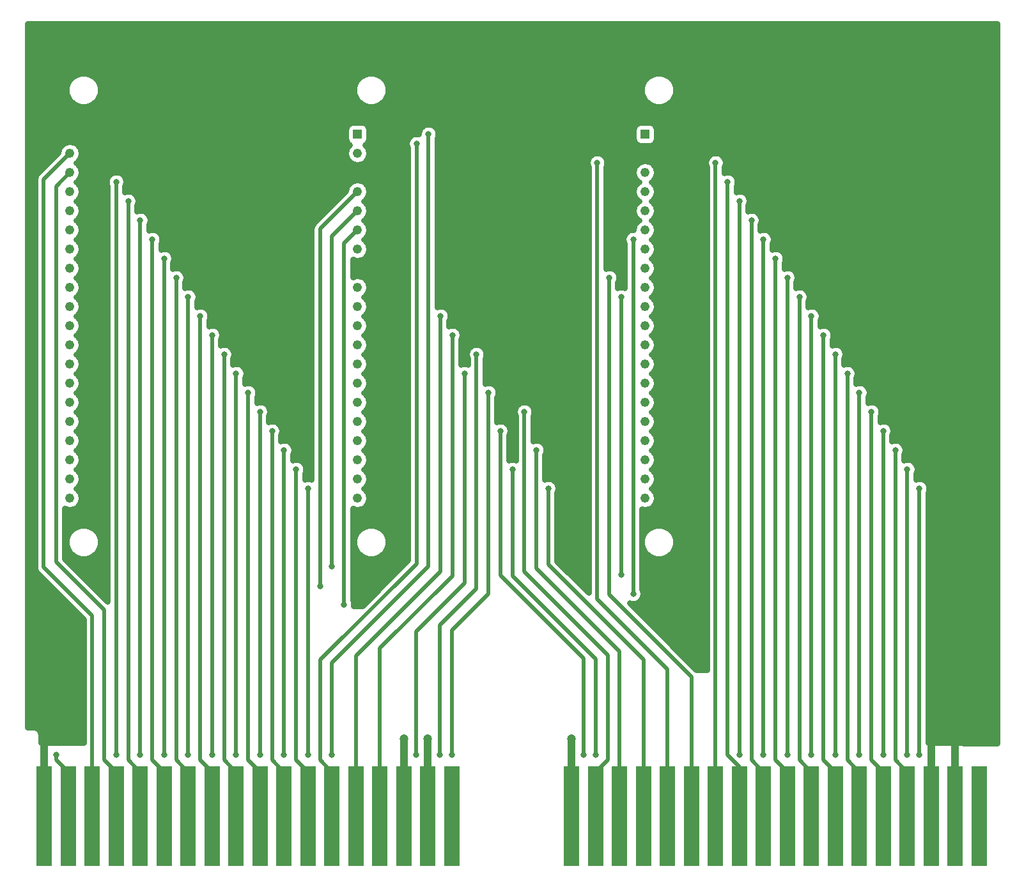
<source format=gbl>
G04 #@! TF.GenerationSoftware,KiCad,Pcbnew,(5.1.10)-1*
G04 #@! TF.CreationDate,2021-09-26T13:37:53-07:00*
G04 #@! TF.ProjectId,m9042-clone,6d393034-322d-4636-9c6f-6e652e6b6963,1*
G04 #@! TF.SameCoordinates,Original*
G04 #@! TF.FileFunction,Copper,L2,Bot*
G04 #@! TF.FilePolarity,Positive*
%FSLAX46Y46*%
G04 Gerber Fmt 4.6, Leading zero omitted, Abs format (unit mm)*
G04 Created by KiCad (PCBNEW (5.1.10)-1) date 2021-09-26 13:37:53*
%MOMM*%
%LPD*%
G01*
G04 APERTURE LIST*
G04 #@! TA.AperFunction,ComponentPad*
%ADD10C,1.240000*%
G04 #@! TD*
G04 #@! TA.AperFunction,ComponentPad*
%ADD11R,1.240000X1.240000*%
G04 #@! TD*
G04 #@! TA.AperFunction,ConnectorPad*
%ADD12R,2.032000X13.208000*%
G04 #@! TD*
G04 #@! TA.AperFunction,ViaPad*
%ADD13C,0.800000*%
G04 #@! TD*
G04 #@! TA.AperFunction,ViaPad*
%ADD14C,1.200000*%
G04 #@! TD*
G04 #@! TA.AperFunction,Conductor*
%ADD15C,1.000000*%
G04 #@! TD*
G04 #@! TA.AperFunction,Conductor*
%ADD16C,0.500000*%
G04 #@! TD*
G04 #@! TA.AperFunction,Conductor*
%ADD17C,0.762000*%
G04 #@! TD*
G04 #@! TA.AperFunction,Conductor*
%ADD18C,0.100000*%
G04 #@! TD*
G04 APERTURE END LIST*
D10*
X360680000Y-255016000D03*
X358140000Y-255016000D03*
X360680000Y-252476000D03*
X358140000Y-252476000D03*
X360680000Y-249936000D03*
X358140000Y-249936000D03*
X360680000Y-247396000D03*
X358140000Y-247396000D03*
X360680000Y-244856000D03*
X358140000Y-244856000D03*
X360680000Y-242316000D03*
X358140000Y-242316000D03*
X360680000Y-239776000D03*
X358140000Y-239776000D03*
X360680000Y-237236000D03*
X358140000Y-237236000D03*
X360680000Y-234696000D03*
X358140000Y-234696000D03*
X360680000Y-232156000D03*
X358140000Y-232156000D03*
X360680000Y-229616000D03*
X358140000Y-229616000D03*
X360680000Y-227076000D03*
X358140000Y-227076000D03*
X360680000Y-224536000D03*
X358140000Y-224536000D03*
X360680000Y-221996000D03*
X358140000Y-221996000D03*
X360680000Y-219456000D03*
X358140000Y-219456000D03*
X360680000Y-216916000D03*
X358140000Y-216916000D03*
X360680000Y-214376000D03*
X358140000Y-214376000D03*
X360680000Y-211836000D03*
X358140000Y-211836000D03*
X360680000Y-209296000D03*
X358140000Y-209296000D03*
X360680000Y-206756000D03*
D11*
X358140000Y-206756000D03*
X320040000Y-206756000D03*
D10*
X322580000Y-206756000D03*
X320040000Y-209296000D03*
X322580000Y-209296000D03*
X320040000Y-211836000D03*
X322580000Y-211836000D03*
X320040000Y-214376000D03*
X322580000Y-214376000D03*
X320040000Y-216916000D03*
X322580000Y-216916000D03*
X320040000Y-219456000D03*
X322580000Y-219456000D03*
X320040000Y-221996000D03*
X322580000Y-221996000D03*
X320040000Y-224536000D03*
X322580000Y-224536000D03*
X320040000Y-227076000D03*
X322580000Y-227076000D03*
X320040000Y-229616000D03*
X322580000Y-229616000D03*
X320040000Y-232156000D03*
X322580000Y-232156000D03*
X320040000Y-234696000D03*
X322580000Y-234696000D03*
X320040000Y-237236000D03*
X322580000Y-237236000D03*
X320040000Y-239776000D03*
X322580000Y-239776000D03*
X320040000Y-242316000D03*
X322580000Y-242316000D03*
X320040000Y-244856000D03*
X322580000Y-244856000D03*
X320040000Y-247396000D03*
X322580000Y-247396000D03*
X320040000Y-249936000D03*
X322580000Y-249936000D03*
X320040000Y-252476000D03*
X322580000Y-252476000D03*
X320040000Y-255016000D03*
X322580000Y-255016000D03*
X284480000Y-255016000D03*
X281940000Y-255016000D03*
X284480000Y-252476000D03*
X281940000Y-252476000D03*
X284480000Y-249936000D03*
X281940000Y-249936000D03*
X284480000Y-247396000D03*
X281940000Y-247396000D03*
X284480000Y-244856000D03*
X281940000Y-244856000D03*
X284480000Y-242316000D03*
X281940000Y-242316000D03*
X284480000Y-239776000D03*
X281940000Y-239776000D03*
X284480000Y-237236000D03*
X281940000Y-237236000D03*
X284480000Y-234696000D03*
X281940000Y-234696000D03*
X284480000Y-232156000D03*
X281940000Y-232156000D03*
X284480000Y-229616000D03*
X281940000Y-229616000D03*
X284480000Y-227076000D03*
X281940000Y-227076000D03*
X284480000Y-224536000D03*
X281940000Y-224536000D03*
X284480000Y-221996000D03*
X281940000Y-221996000D03*
X284480000Y-219456000D03*
X281940000Y-219456000D03*
X284480000Y-216916000D03*
X281940000Y-216916000D03*
X284480000Y-214376000D03*
X281940000Y-214376000D03*
X284480000Y-211836000D03*
X281940000Y-211836000D03*
X284480000Y-209296000D03*
X281940000Y-209296000D03*
X284480000Y-206756000D03*
D11*
X281940000Y-206756000D03*
D12*
X332536800Y-297180000D03*
X329361800Y-297180000D03*
X326186800Y-297180000D03*
X323011800Y-297180000D03*
X319836800Y-297180000D03*
X316661800Y-297180000D03*
X313486800Y-297180000D03*
X310311800Y-297180000D03*
X307136800Y-297180000D03*
X303961800Y-297180000D03*
X300786800Y-297180000D03*
X297611800Y-297180000D03*
X294436800Y-297180000D03*
X291261800Y-297180000D03*
X288086800Y-297180000D03*
X284911800Y-297180000D03*
X281736800Y-297180000D03*
X278561800Y-297180000D03*
X348411800Y-297180000D03*
X351586800Y-297180000D03*
X354761800Y-297180000D03*
X357936800Y-297180000D03*
X361111800Y-297180000D03*
X364286800Y-297180000D03*
X367461800Y-297180000D03*
X370636800Y-297180000D03*
X373811800Y-297180000D03*
X376986800Y-297180000D03*
X380161800Y-297180000D03*
X383336800Y-297180000D03*
X386511800Y-297180000D03*
X389686800Y-297180000D03*
X392861800Y-297180000D03*
X396036800Y-297180000D03*
X399211800Y-297180000D03*
X402386800Y-297180000D03*
D13*
X329438000Y-206756000D03*
X327850500Y-208026000D03*
D14*
X329361798Y-286969200D03*
X348411800Y-286969200D03*
X326186798Y-286969200D03*
X396036800Y-287020000D03*
X404139400Y-287020000D03*
X276885400Y-284454600D03*
X283337000Y-271297400D03*
X320421000Y-268097000D03*
X349986600Y-265607800D03*
X365277400Y-276682200D03*
X312724800Y-248488200D03*
X304241200Y-220827600D03*
X337210400Y-215823800D03*
X279273000Y-204520800D03*
X326364600Y-204647800D03*
X401193000Y-204647800D03*
X401269200Y-237413800D03*
X364058200Y-204698600D03*
D13*
X332613000Y-233426000D03*
X331025500Y-230886000D03*
X311899300Y-251206000D03*
X308724300Y-246126000D03*
X305549300Y-241046000D03*
X302374300Y-235966000D03*
X299199300Y-230886000D03*
X296024300Y-225806000D03*
X292849300Y-220726000D03*
X289674300Y-215646000D03*
X315087004Y-266674600D03*
X280162000Y-289052004D03*
X342138000Y-243586000D03*
X343725500Y-248666000D03*
X345313000Y-253746000D03*
X351790000Y-210566000D03*
X353377500Y-225806000D03*
X367461800Y-210566000D03*
X369049300Y-213106000D03*
X372224300Y-218186000D03*
X375399300Y-223266000D03*
X378574300Y-228346000D03*
X381749300Y-233426000D03*
X384924300Y-238506000D03*
X388099300Y-243586000D03*
X391274300Y-248666000D03*
X316611000Y-264109200D03*
X318262000Y-269138400D03*
X288086800Y-289052000D03*
X288086800Y-213106000D03*
X291261800Y-289052000D03*
X291261800Y-218186000D03*
X294436800Y-289052000D03*
X294436800Y-223266000D03*
X297611800Y-289052000D03*
X297611800Y-228346000D03*
X300786800Y-289052000D03*
X300786800Y-233426000D03*
X303961800Y-289052000D03*
X303961800Y-238506000D03*
X307136800Y-289052000D03*
X307136800Y-243586000D03*
X310311800Y-289052000D03*
X310311800Y-248666000D03*
X313486800Y-289052000D03*
X313486800Y-253746000D03*
X316661800Y-289052000D03*
X327774300Y-289052000D03*
X334200500Y-238506000D03*
X330949300Y-289052000D03*
X335788000Y-235966000D03*
X332536800Y-289052000D03*
X337375500Y-241046000D03*
X354965000Y-265176000D03*
X354965000Y-228346000D03*
X356552500Y-267716000D03*
X356552500Y-220726000D03*
X394449300Y-289052000D03*
X394449300Y-253746000D03*
X392861800Y-289052000D03*
X392861800Y-251206000D03*
X389686800Y-289052000D03*
X389686800Y-246126000D03*
X386511800Y-289052000D03*
X386511800Y-241046000D03*
X383336800Y-289052000D03*
X383336800Y-235966000D03*
X380161800Y-289052000D03*
X380161800Y-230886000D03*
X376986800Y-289052000D03*
X376986800Y-225806000D03*
X373811800Y-289052000D03*
X373811800Y-220726000D03*
X370636800Y-289052000D03*
X370636800Y-215646000D03*
X351586800Y-289052000D03*
X340550500Y-251206000D03*
X349999300Y-289052000D03*
X338963000Y-246126000D03*
D15*
X326186800Y-291338000D02*
X326186800Y-286969202D01*
X326186800Y-286969202D02*
X326186798Y-286969200D01*
X329361800Y-286969202D02*
X329361798Y-286969200D01*
X329361800Y-291338000D02*
X329361800Y-286969202D01*
X348411800Y-291338000D02*
X348411800Y-286969200D01*
X396036800Y-291338000D02*
X396036800Y-287020000D01*
X399211800Y-287045400D02*
X399237200Y-287020000D01*
X399211800Y-291338000D02*
X399211800Y-287045400D01*
X278561800Y-287121600D02*
X278561800Y-291338000D01*
D16*
X323011800Y-274929600D02*
X323011800Y-291338000D01*
X332613000Y-265328400D02*
X323011800Y-274929600D01*
X332613000Y-233426000D02*
X332613000Y-265328400D01*
X319836800Y-275920200D02*
X319836800Y-291338000D01*
X331025500Y-264731500D02*
X319836800Y-275920200D01*
X331025500Y-230886000D02*
X331025500Y-264731500D01*
X315087000Y-289763200D02*
X316661800Y-291338000D01*
X315087000Y-276479000D02*
X315087000Y-289763200D01*
X327850500Y-263715500D02*
X315087000Y-276479000D01*
X327850500Y-208026000D02*
X327850500Y-263715500D01*
X311899300Y-289750500D02*
X313486800Y-291338000D01*
X311899300Y-251206000D02*
X311899300Y-289750500D01*
X308724300Y-289750500D02*
X310311800Y-291338000D01*
X308724300Y-246126000D02*
X308724300Y-289750500D01*
X305549300Y-289750500D02*
X307136800Y-291338000D01*
X305549300Y-241046000D02*
X305549300Y-289750500D01*
X302374300Y-289750500D02*
X303961800Y-291338000D01*
X302374300Y-235966000D02*
X302374300Y-289750500D01*
X299199300Y-289750500D02*
X300786800Y-291338000D01*
X299199300Y-230886000D02*
X299199300Y-289750500D01*
X296024300Y-289750500D02*
X297611800Y-291338000D01*
X296024300Y-225806000D02*
X296024300Y-289750500D01*
X292849300Y-289750500D02*
X294436800Y-291338000D01*
X292849300Y-220726000D02*
X292849300Y-289750500D01*
X289674300Y-289750500D02*
X291261800Y-291338000D01*
X289674300Y-215646000D02*
X289674300Y-289750500D01*
X286486600Y-289737800D02*
X288086800Y-291338000D01*
X286486600Y-269875000D02*
X286486600Y-289737800D01*
X280111200Y-263499600D02*
X286486600Y-269875000D01*
X280111200Y-213664800D02*
X280111200Y-263499600D01*
X281940000Y-211836000D02*
X280111200Y-213664800D01*
X284911800Y-270624300D02*
X284911800Y-291338000D01*
X278485600Y-264198100D02*
X284911800Y-270624300D01*
X278485600Y-212750400D02*
X278485600Y-264198100D01*
X281940000Y-209296000D02*
X278485600Y-212750400D01*
X315087004Y-219328996D02*
X315087004Y-266674600D01*
X320040000Y-214376000D02*
X315087004Y-219328996D01*
X281736800Y-291338000D02*
X280162000Y-289763200D01*
X280162000Y-289763200D02*
X280162000Y-289052004D01*
X353187000Y-289737800D02*
X351586800Y-291338000D01*
X353187000Y-275844000D02*
X353187000Y-289737800D01*
X342138000Y-264795000D02*
X353187000Y-275844000D01*
X342138000Y-243586000D02*
X342138000Y-264795000D01*
X354761800Y-275336000D02*
X354761800Y-291338000D01*
X343725500Y-264299700D02*
X354761800Y-275336000D01*
X343725500Y-248666000D02*
X343725500Y-264299700D01*
X357936800Y-276479000D02*
X357936800Y-291338000D01*
X345313000Y-263855200D02*
X357936800Y-276479000D01*
X345313000Y-253746000D02*
X345313000Y-263855200D01*
X351790000Y-210566000D02*
X351790000Y-268376400D01*
X361111800Y-277698200D02*
X361111800Y-291338000D01*
X351790000Y-268376400D02*
X361111800Y-277698200D01*
X353377500Y-225806000D02*
X353377500Y-267830300D01*
X364286800Y-278739600D02*
X364286800Y-291338000D01*
X353377500Y-267830300D02*
X364286800Y-278739600D01*
X367487200Y-291693600D02*
X367563400Y-291617400D01*
X367461800Y-210566000D02*
X367461800Y-291338000D01*
X370636800Y-291338000D02*
X370636804Y-291337996D01*
X370636800Y-290639500D02*
X370636800Y-290982400D01*
X369049300Y-289052000D02*
X370636800Y-290639500D01*
X369049300Y-289052000D02*
X369049300Y-213106000D01*
X372224300Y-289750500D02*
X373811800Y-291338000D01*
X372224300Y-218186000D02*
X372224300Y-289750500D01*
X376821700Y-291757100D02*
X376910600Y-291846000D01*
X376961400Y-291312600D02*
X376986800Y-291338000D01*
X375399300Y-289750500D02*
X376986800Y-291338000D01*
X375399300Y-223266000D02*
X375399300Y-289750500D01*
X378574300Y-289750500D02*
X380161800Y-291338000D01*
X378574300Y-228346000D02*
X378574300Y-289750500D01*
X381749300Y-289750500D02*
X383336800Y-291338000D01*
X381749300Y-233426000D02*
X381749300Y-289750500D01*
X384924300Y-289750500D02*
X386511800Y-291338000D01*
X384924300Y-238506000D02*
X384924300Y-289750500D01*
X388099300Y-289750500D02*
X389686800Y-291338000D01*
X388099300Y-243586000D02*
X388099300Y-289750500D01*
X391274300Y-289750500D02*
X392861800Y-291338000D01*
X391274300Y-248666000D02*
X391274300Y-289750500D01*
X316611000Y-220345000D02*
X316611000Y-264109200D01*
X320040000Y-216916000D02*
X316611000Y-220345000D01*
X318262000Y-221234000D02*
X318262000Y-269138400D01*
X320040000Y-219456000D02*
X318262000Y-221234000D01*
X288086800Y-289052000D02*
X288086800Y-213106000D01*
X291261800Y-289052000D02*
X291261800Y-218186000D01*
X294436800Y-223266000D02*
X294436800Y-289052000D01*
X297611800Y-289052000D02*
X297611800Y-228346000D01*
X300786800Y-233426000D02*
X300786800Y-289052000D01*
X303961800Y-289052000D02*
X303961800Y-238506000D01*
X307136800Y-243586000D02*
X307136800Y-289052000D01*
X310311800Y-289052000D02*
X310311800Y-248666000D01*
X313486800Y-289052000D02*
X313486800Y-253746000D01*
X316661800Y-276885400D02*
X316661800Y-289052000D01*
X329438000Y-264109200D02*
X316661800Y-276885400D01*
X329438000Y-206756000D02*
X329438000Y-264109200D01*
X334200500Y-238506000D02*
X334200500Y-266280900D01*
X327774300Y-272707100D02*
X334200500Y-266280900D01*
X327774300Y-289052000D02*
X327774300Y-272707100D01*
X335788000Y-235966000D02*
X335788000Y-267030200D01*
X330949300Y-271868900D02*
X330949300Y-289052000D01*
X335788000Y-267030200D02*
X330949300Y-271868900D01*
X332536800Y-272567400D02*
X332536800Y-289052000D01*
X337375500Y-267728700D02*
X332536800Y-272567400D01*
X337375500Y-241046000D02*
X337375500Y-267728700D01*
X354965000Y-228346000D02*
X354965000Y-265176000D01*
X356552500Y-220726000D02*
X356552500Y-267716000D01*
X394449300Y-253746000D02*
X394449300Y-289052000D01*
X392861800Y-289052000D02*
X392861800Y-251206000D01*
X389686800Y-289052000D02*
X389686800Y-246126000D01*
X386511800Y-289052000D02*
X386511800Y-241046000D01*
X383336800Y-289052000D02*
X383336800Y-235966000D01*
X380161800Y-230886000D02*
X380161800Y-289052000D01*
X376986800Y-289052000D02*
X376986800Y-225806000D01*
X373811800Y-220726000D02*
X373811800Y-289052000D01*
X370636800Y-215646000D02*
X370636800Y-289052000D01*
X340550500Y-265341100D02*
X351586800Y-276377400D01*
X351586800Y-276377400D02*
X351586800Y-289052000D01*
X340550500Y-251206000D02*
X340550500Y-265341100D01*
X338963000Y-246126000D02*
X338963000Y-265226800D01*
X349999300Y-276263100D02*
X338963000Y-265226800D01*
X349999300Y-289052000D02*
X349999300Y-276263100D01*
D17*
X404749000Y-287502074D02*
X395588300Y-287489446D01*
X395588300Y-254361504D01*
X395591597Y-254356570D01*
X395688765Y-254121987D01*
X395738300Y-253872955D01*
X395738300Y-253619045D01*
X395688765Y-253370013D01*
X395591597Y-253135430D01*
X395450532Y-252924310D01*
X395270990Y-252744768D01*
X395059870Y-252603703D01*
X394825287Y-252506535D01*
X394576255Y-252457000D01*
X394322345Y-252457000D01*
X394073313Y-252506535D01*
X394000800Y-252536571D01*
X394000800Y-251821504D01*
X394004097Y-251816570D01*
X394101265Y-251581987D01*
X394150800Y-251332955D01*
X394150800Y-251079045D01*
X394101265Y-250830013D01*
X394004097Y-250595430D01*
X393863032Y-250384310D01*
X393683490Y-250204768D01*
X393472370Y-250063703D01*
X393237787Y-249966535D01*
X392988755Y-249917000D01*
X392734845Y-249917000D01*
X392485813Y-249966535D01*
X392413300Y-249996571D01*
X392413300Y-249281504D01*
X392416597Y-249276570D01*
X392513765Y-249041987D01*
X392563300Y-248792955D01*
X392563300Y-248539045D01*
X392513765Y-248290013D01*
X392416597Y-248055430D01*
X392275532Y-247844310D01*
X392095990Y-247664768D01*
X391884870Y-247523703D01*
X391650287Y-247426535D01*
X391401255Y-247377000D01*
X391147345Y-247377000D01*
X390898313Y-247426535D01*
X390825800Y-247456571D01*
X390825800Y-246741504D01*
X390829097Y-246736570D01*
X390926265Y-246501987D01*
X390975800Y-246252955D01*
X390975800Y-245999045D01*
X390926265Y-245750013D01*
X390829097Y-245515430D01*
X390688032Y-245304310D01*
X390508490Y-245124768D01*
X390297370Y-244983703D01*
X390062787Y-244886535D01*
X389813755Y-244837000D01*
X389559845Y-244837000D01*
X389310813Y-244886535D01*
X389238300Y-244916571D01*
X389238300Y-244201504D01*
X389241597Y-244196570D01*
X389338765Y-243961987D01*
X389388300Y-243712955D01*
X389388300Y-243459045D01*
X389338765Y-243210013D01*
X389241597Y-242975430D01*
X389100532Y-242764310D01*
X388920990Y-242584768D01*
X388709870Y-242443703D01*
X388475287Y-242346535D01*
X388226255Y-242297000D01*
X387972345Y-242297000D01*
X387723313Y-242346535D01*
X387650800Y-242376571D01*
X387650800Y-241661504D01*
X387654097Y-241656570D01*
X387751265Y-241421987D01*
X387800800Y-241172955D01*
X387800800Y-240919045D01*
X387751265Y-240670013D01*
X387654097Y-240435430D01*
X387513032Y-240224310D01*
X387333490Y-240044768D01*
X387122370Y-239903703D01*
X386887787Y-239806535D01*
X386638755Y-239757000D01*
X386384845Y-239757000D01*
X386135813Y-239806535D01*
X386063300Y-239836571D01*
X386063300Y-239121504D01*
X386066597Y-239116570D01*
X386163765Y-238881987D01*
X386213300Y-238632955D01*
X386213300Y-238379045D01*
X386163765Y-238130013D01*
X386066597Y-237895430D01*
X385925532Y-237684310D01*
X385745990Y-237504768D01*
X385534870Y-237363703D01*
X385300287Y-237266535D01*
X385051255Y-237217000D01*
X384797345Y-237217000D01*
X384548313Y-237266535D01*
X384475800Y-237296571D01*
X384475800Y-236581504D01*
X384479097Y-236576570D01*
X384576265Y-236341987D01*
X384625800Y-236092955D01*
X384625800Y-235839045D01*
X384576265Y-235590013D01*
X384479097Y-235355430D01*
X384338032Y-235144310D01*
X384158490Y-234964768D01*
X383947370Y-234823703D01*
X383712787Y-234726535D01*
X383463755Y-234677000D01*
X383209845Y-234677000D01*
X382960813Y-234726535D01*
X382888300Y-234756571D01*
X382888300Y-234041504D01*
X382891597Y-234036570D01*
X382988765Y-233801987D01*
X383038300Y-233552955D01*
X383038300Y-233299045D01*
X382988765Y-233050013D01*
X382891597Y-232815430D01*
X382750532Y-232604310D01*
X382570990Y-232424768D01*
X382359870Y-232283703D01*
X382125287Y-232186535D01*
X381876255Y-232137000D01*
X381622345Y-232137000D01*
X381373313Y-232186535D01*
X381300800Y-232216571D01*
X381300800Y-231501504D01*
X381304097Y-231496570D01*
X381401265Y-231261987D01*
X381450800Y-231012955D01*
X381450800Y-230759045D01*
X381401265Y-230510013D01*
X381304097Y-230275430D01*
X381163032Y-230064310D01*
X380983490Y-229884768D01*
X380772370Y-229743703D01*
X380537787Y-229646535D01*
X380288755Y-229597000D01*
X380034845Y-229597000D01*
X379785813Y-229646535D01*
X379713300Y-229676571D01*
X379713300Y-228961504D01*
X379716597Y-228956570D01*
X379813765Y-228721987D01*
X379863300Y-228472955D01*
X379863300Y-228219045D01*
X379813765Y-227970013D01*
X379716597Y-227735430D01*
X379575532Y-227524310D01*
X379395990Y-227344768D01*
X379184870Y-227203703D01*
X378950287Y-227106535D01*
X378701255Y-227057000D01*
X378447345Y-227057000D01*
X378198313Y-227106535D01*
X378125800Y-227136571D01*
X378125800Y-226421504D01*
X378129097Y-226416570D01*
X378226265Y-226181987D01*
X378275800Y-225932955D01*
X378275800Y-225679045D01*
X378226265Y-225430013D01*
X378129097Y-225195430D01*
X377988032Y-224984310D01*
X377808490Y-224804768D01*
X377597370Y-224663703D01*
X377362787Y-224566535D01*
X377113755Y-224517000D01*
X376859845Y-224517000D01*
X376610813Y-224566535D01*
X376538300Y-224596571D01*
X376538300Y-223881504D01*
X376541597Y-223876570D01*
X376638765Y-223641987D01*
X376688300Y-223392955D01*
X376688300Y-223139045D01*
X376638765Y-222890013D01*
X376541597Y-222655430D01*
X376400532Y-222444310D01*
X376220990Y-222264768D01*
X376009870Y-222123703D01*
X375775287Y-222026535D01*
X375526255Y-221977000D01*
X375272345Y-221977000D01*
X375023313Y-222026535D01*
X374950800Y-222056571D01*
X374950800Y-221341504D01*
X374954097Y-221336570D01*
X375051265Y-221101987D01*
X375100800Y-220852955D01*
X375100800Y-220599045D01*
X375051265Y-220350013D01*
X374954097Y-220115430D01*
X374813032Y-219904310D01*
X374633490Y-219724768D01*
X374422370Y-219583703D01*
X374187787Y-219486535D01*
X373938755Y-219437000D01*
X373684845Y-219437000D01*
X373435813Y-219486535D01*
X373363300Y-219516571D01*
X373363300Y-218801504D01*
X373366597Y-218796570D01*
X373463765Y-218561987D01*
X373513300Y-218312955D01*
X373513300Y-218059045D01*
X373463765Y-217810013D01*
X373366597Y-217575430D01*
X373225532Y-217364310D01*
X373045990Y-217184768D01*
X372834870Y-217043703D01*
X372600287Y-216946535D01*
X372351255Y-216897000D01*
X372097345Y-216897000D01*
X371848313Y-216946535D01*
X371775800Y-216976571D01*
X371775800Y-216261504D01*
X371779097Y-216256570D01*
X371876265Y-216021987D01*
X371925800Y-215772955D01*
X371925800Y-215519045D01*
X371876265Y-215270013D01*
X371779097Y-215035430D01*
X371638032Y-214824310D01*
X371458490Y-214644768D01*
X371247370Y-214503703D01*
X371012787Y-214406535D01*
X370763755Y-214357000D01*
X370509845Y-214357000D01*
X370260813Y-214406535D01*
X370188300Y-214436571D01*
X370188300Y-213721504D01*
X370191597Y-213716570D01*
X370288765Y-213481987D01*
X370338300Y-213232955D01*
X370338300Y-212979045D01*
X370288765Y-212730013D01*
X370191597Y-212495430D01*
X370050532Y-212284310D01*
X369870990Y-212104768D01*
X369659870Y-211963703D01*
X369425287Y-211866535D01*
X369176255Y-211817000D01*
X368922345Y-211817000D01*
X368673313Y-211866535D01*
X368600800Y-211896571D01*
X368600800Y-211181504D01*
X368604097Y-211176570D01*
X368701265Y-210941987D01*
X368750800Y-210692955D01*
X368750800Y-210439045D01*
X368701265Y-210190013D01*
X368604097Y-209955430D01*
X368463032Y-209744310D01*
X368283490Y-209564768D01*
X368072370Y-209423703D01*
X367837787Y-209326535D01*
X367588755Y-209277000D01*
X367334845Y-209277000D01*
X367085813Y-209326535D01*
X366851230Y-209423703D01*
X366640110Y-209564768D01*
X366460568Y-209744310D01*
X366319503Y-209955430D01*
X366222335Y-210190013D01*
X366172800Y-210439045D01*
X366172800Y-210692955D01*
X366222335Y-210941987D01*
X366319503Y-211176570D01*
X366322800Y-211181504D01*
X366322801Y-277774400D01*
X364932389Y-277774400D01*
X356068863Y-268910875D01*
X356176513Y-268955465D01*
X356425545Y-269005000D01*
X356679455Y-269005000D01*
X356928487Y-268955465D01*
X357163070Y-268858297D01*
X357374190Y-268717232D01*
X357553732Y-268537690D01*
X357694797Y-268326570D01*
X357791965Y-268091987D01*
X357841500Y-267842955D01*
X357841500Y-267589045D01*
X357791965Y-267340013D01*
X357694797Y-267105430D01*
X357691500Y-267100496D01*
X357691500Y-260635970D01*
X357706000Y-260635970D01*
X357706000Y-261076030D01*
X357791852Y-261507634D01*
X357960255Y-261914196D01*
X358204739Y-262280092D01*
X358515908Y-262591261D01*
X358881804Y-262835745D01*
X359288366Y-263004148D01*
X359719970Y-263090000D01*
X360160030Y-263090000D01*
X360591634Y-263004148D01*
X360998196Y-262835745D01*
X361364092Y-262591261D01*
X361675261Y-262280092D01*
X361919745Y-261914196D01*
X362088148Y-261507634D01*
X362174000Y-261076030D01*
X362174000Y-260635970D01*
X362088148Y-260204366D01*
X361919745Y-259797804D01*
X361675261Y-259431908D01*
X361364092Y-259120739D01*
X360998196Y-258876255D01*
X360591634Y-258707852D01*
X360160030Y-258622000D01*
X359719970Y-258622000D01*
X359288366Y-258707852D01*
X358881804Y-258876255D01*
X358515908Y-259120739D01*
X358204739Y-259431908D01*
X357960255Y-259797804D01*
X357791852Y-260204366D01*
X357706000Y-260635970D01*
X357691500Y-260635970D01*
X357691500Y-256463555D01*
X357699841Y-256467010D01*
X357991377Y-256525000D01*
X358288623Y-256525000D01*
X358580159Y-256467010D01*
X358854779Y-256353258D01*
X359101931Y-256188117D01*
X359312117Y-255977931D01*
X359477258Y-255730779D01*
X359591010Y-255456159D01*
X359649000Y-255164623D01*
X359649000Y-254867377D01*
X359591010Y-254575841D01*
X359477258Y-254301221D01*
X359312117Y-254054069D01*
X359101931Y-253843883D01*
X358955438Y-253746000D01*
X359101931Y-253648117D01*
X359312117Y-253437931D01*
X359477258Y-253190779D01*
X359591010Y-252916159D01*
X359649000Y-252624623D01*
X359649000Y-252327377D01*
X359591010Y-252035841D01*
X359477258Y-251761221D01*
X359312117Y-251514069D01*
X359101931Y-251303883D01*
X358955438Y-251206000D01*
X359101931Y-251108117D01*
X359312117Y-250897931D01*
X359477258Y-250650779D01*
X359591010Y-250376159D01*
X359649000Y-250084623D01*
X359649000Y-249787377D01*
X359591010Y-249495841D01*
X359477258Y-249221221D01*
X359312117Y-248974069D01*
X359101931Y-248763883D01*
X358955438Y-248666000D01*
X359101931Y-248568117D01*
X359312117Y-248357931D01*
X359477258Y-248110779D01*
X359591010Y-247836159D01*
X359649000Y-247544623D01*
X359649000Y-247247377D01*
X359591010Y-246955841D01*
X359477258Y-246681221D01*
X359312117Y-246434069D01*
X359101931Y-246223883D01*
X358955438Y-246126000D01*
X359101931Y-246028117D01*
X359312117Y-245817931D01*
X359477258Y-245570779D01*
X359591010Y-245296159D01*
X359649000Y-245004623D01*
X359649000Y-244707377D01*
X359591010Y-244415841D01*
X359477258Y-244141221D01*
X359312117Y-243894069D01*
X359101931Y-243683883D01*
X358955438Y-243586000D01*
X359101931Y-243488117D01*
X359312117Y-243277931D01*
X359477258Y-243030779D01*
X359591010Y-242756159D01*
X359649000Y-242464623D01*
X359649000Y-242167377D01*
X359591010Y-241875841D01*
X359477258Y-241601221D01*
X359312117Y-241354069D01*
X359101931Y-241143883D01*
X358955438Y-241046000D01*
X359101931Y-240948117D01*
X359312117Y-240737931D01*
X359477258Y-240490779D01*
X359591010Y-240216159D01*
X359649000Y-239924623D01*
X359649000Y-239627377D01*
X359591010Y-239335841D01*
X359477258Y-239061221D01*
X359312117Y-238814069D01*
X359101931Y-238603883D01*
X358955438Y-238506000D01*
X359101931Y-238408117D01*
X359312117Y-238197931D01*
X359477258Y-237950779D01*
X359591010Y-237676159D01*
X359649000Y-237384623D01*
X359649000Y-237087377D01*
X359591010Y-236795841D01*
X359477258Y-236521221D01*
X359312117Y-236274069D01*
X359101931Y-236063883D01*
X358955438Y-235966000D01*
X359101931Y-235868117D01*
X359312117Y-235657931D01*
X359477258Y-235410779D01*
X359591010Y-235136159D01*
X359649000Y-234844623D01*
X359649000Y-234547377D01*
X359591010Y-234255841D01*
X359477258Y-233981221D01*
X359312117Y-233734069D01*
X359101931Y-233523883D01*
X358955438Y-233426000D01*
X359101931Y-233328117D01*
X359312117Y-233117931D01*
X359477258Y-232870779D01*
X359591010Y-232596159D01*
X359649000Y-232304623D01*
X359649000Y-232007377D01*
X359591010Y-231715841D01*
X359477258Y-231441221D01*
X359312117Y-231194069D01*
X359101931Y-230983883D01*
X358955438Y-230886000D01*
X359101931Y-230788117D01*
X359312117Y-230577931D01*
X359477258Y-230330779D01*
X359591010Y-230056159D01*
X359649000Y-229764623D01*
X359649000Y-229467377D01*
X359591010Y-229175841D01*
X359477258Y-228901221D01*
X359312117Y-228654069D01*
X359101931Y-228443883D01*
X358955438Y-228346000D01*
X359101931Y-228248117D01*
X359312117Y-228037931D01*
X359477258Y-227790779D01*
X359591010Y-227516159D01*
X359649000Y-227224623D01*
X359649000Y-226927377D01*
X359591010Y-226635841D01*
X359477258Y-226361221D01*
X359312117Y-226114069D01*
X359101931Y-225903883D01*
X358955438Y-225806000D01*
X359101931Y-225708117D01*
X359312117Y-225497931D01*
X359477258Y-225250779D01*
X359591010Y-224976159D01*
X359649000Y-224684623D01*
X359649000Y-224387377D01*
X359591010Y-224095841D01*
X359477258Y-223821221D01*
X359312117Y-223574069D01*
X359101931Y-223363883D01*
X358955438Y-223266000D01*
X359101931Y-223168117D01*
X359312117Y-222957931D01*
X359477258Y-222710779D01*
X359591010Y-222436159D01*
X359649000Y-222144623D01*
X359649000Y-221847377D01*
X359591010Y-221555841D01*
X359477258Y-221281221D01*
X359312117Y-221034069D01*
X359101931Y-220823883D01*
X358955438Y-220726000D01*
X359101931Y-220628117D01*
X359312117Y-220417931D01*
X359477258Y-220170779D01*
X359591010Y-219896159D01*
X359649000Y-219604623D01*
X359649000Y-219307377D01*
X359591010Y-219015841D01*
X359477258Y-218741221D01*
X359312117Y-218494069D01*
X359101931Y-218283883D01*
X358955438Y-218186000D01*
X359101931Y-218088117D01*
X359312117Y-217877931D01*
X359477258Y-217630779D01*
X359591010Y-217356159D01*
X359649000Y-217064623D01*
X359649000Y-216767377D01*
X359591010Y-216475841D01*
X359477258Y-216201221D01*
X359312117Y-215954069D01*
X359101931Y-215743883D01*
X358955438Y-215646000D01*
X359101931Y-215548117D01*
X359312117Y-215337931D01*
X359477258Y-215090779D01*
X359591010Y-214816159D01*
X359649000Y-214524623D01*
X359649000Y-214227377D01*
X359591010Y-213935841D01*
X359477258Y-213661221D01*
X359312117Y-213414069D01*
X359101931Y-213203883D01*
X358955438Y-213106000D01*
X359101931Y-213008117D01*
X359312117Y-212797931D01*
X359477258Y-212550779D01*
X359591010Y-212276159D01*
X359649000Y-211984623D01*
X359649000Y-211687377D01*
X359591010Y-211395841D01*
X359477258Y-211121221D01*
X359312117Y-210874069D01*
X359101931Y-210663883D01*
X358854779Y-210498742D01*
X358580159Y-210384990D01*
X358288623Y-210327000D01*
X357991377Y-210327000D01*
X357699841Y-210384990D01*
X357425221Y-210498742D01*
X357178069Y-210663883D01*
X356967883Y-210874069D01*
X356802742Y-211121221D01*
X356688990Y-211395841D01*
X356631000Y-211687377D01*
X356631000Y-211984623D01*
X356688990Y-212276159D01*
X356802742Y-212550779D01*
X356967883Y-212797931D01*
X357178069Y-213008117D01*
X357324562Y-213106000D01*
X357178069Y-213203883D01*
X356967883Y-213414069D01*
X356802742Y-213661221D01*
X356688990Y-213935841D01*
X356631000Y-214227377D01*
X356631000Y-214524623D01*
X356688990Y-214816159D01*
X356802742Y-215090779D01*
X356967883Y-215337931D01*
X357178069Y-215548117D01*
X357324562Y-215646000D01*
X357178069Y-215743883D01*
X356967883Y-215954069D01*
X356802742Y-216201221D01*
X356688990Y-216475841D01*
X356631000Y-216767377D01*
X356631000Y-217064623D01*
X356688990Y-217356159D01*
X356802742Y-217630779D01*
X356967883Y-217877931D01*
X357178069Y-218088117D01*
X357324562Y-218186000D01*
X357178069Y-218283883D01*
X356967883Y-218494069D01*
X356802742Y-218741221D01*
X356688990Y-219015841D01*
X356631000Y-219307377D01*
X356631000Y-219437000D01*
X356425545Y-219437000D01*
X356176513Y-219486535D01*
X355941930Y-219583703D01*
X355730810Y-219724768D01*
X355551268Y-219904310D01*
X355410203Y-220115430D01*
X355313035Y-220350013D01*
X355263500Y-220599045D01*
X355263500Y-220852955D01*
X355313035Y-221101987D01*
X355410203Y-221336570D01*
X355413500Y-221341504D01*
X355413500Y-227136571D01*
X355340987Y-227106535D01*
X355091955Y-227057000D01*
X354838045Y-227057000D01*
X354589013Y-227106535D01*
X354516500Y-227136571D01*
X354516500Y-226421504D01*
X354519797Y-226416570D01*
X354616965Y-226181987D01*
X354666500Y-225932955D01*
X354666500Y-225679045D01*
X354616965Y-225430013D01*
X354519797Y-225195430D01*
X354378732Y-224984310D01*
X354199190Y-224804768D01*
X353988070Y-224663703D01*
X353753487Y-224566535D01*
X353504455Y-224517000D01*
X353250545Y-224517000D01*
X353001513Y-224566535D01*
X352929000Y-224596571D01*
X352929000Y-211181504D01*
X352932297Y-211176570D01*
X353029465Y-210941987D01*
X353079000Y-210692955D01*
X353079000Y-210439045D01*
X353029465Y-210190013D01*
X352932297Y-209955430D01*
X352791232Y-209744310D01*
X352611690Y-209564768D01*
X352400570Y-209423703D01*
X352165987Y-209326535D01*
X351916955Y-209277000D01*
X351663045Y-209277000D01*
X351414013Y-209326535D01*
X351179430Y-209423703D01*
X350968310Y-209564768D01*
X350788768Y-209744310D01*
X350647703Y-209955430D01*
X350550535Y-210190013D01*
X350501000Y-210439045D01*
X350501000Y-210692955D01*
X350550535Y-210941987D01*
X350647703Y-211176570D01*
X350651000Y-211181504D01*
X350651001Y-267582413D01*
X346452000Y-263383412D01*
X346452000Y-254361504D01*
X346455297Y-254356570D01*
X346552465Y-254121987D01*
X346602000Y-253872955D01*
X346602000Y-253619045D01*
X346552465Y-253370013D01*
X346455297Y-253135430D01*
X346314232Y-252924310D01*
X346134690Y-252744768D01*
X345923570Y-252603703D01*
X345688987Y-252506535D01*
X345439955Y-252457000D01*
X345186045Y-252457000D01*
X344937013Y-252506535D01*
X344864500Y-252536571D01*
X344864500Y-249281504D01*
X344867797Y-249276570D01*
X344964965Y-249041987D01*
X345014500Y-248792955D01*
X345014500Y-248539045D01*
X344964965Y-248290013D01*
X344867797Y-248055430D01*
X344726732Y-247844310D01*
X344547190Y-247664768D01*
X344336070Y-247523703D01*
X344101487Y-247426535D01*
X343852455Y-247377000D01*
X343598545Y-247377000D01*
X343349513Y-247426535D01*
X343277000Y-247456571D01*
X343277000Y-244201504D01*
X343280297Y-244196570D01*
X343377465Y-243961987D01*
X343427000Y-243712955D01*
X343427000Y-243459045D01*
X343377465Y-243210013D01*
X343280297Y-242975430D01*
X343139232Y-242764310D01*
X342959690Y-242584768D01*
X342748570Y-242443703D01*
X342513987Y-242346535D01*
X342264955Y-242297000D01*
X342011045Y-242297000D01*
X341762013Y-242346535D01*
X341527430Y-242443703D01*
X341316310Y-242584768D01*
X341136768Y-242764310D01*
X340995703Y-242975430D01*
X340898535Y-243210013D01*
X340849000Y-243459045D01*
X340849000Y-243712955D01*
X340898535Y-243961987D01*
X340995703Y-244196570D01*
X340999000Y-244201504D01*
X340999000Y-249996571D01*
X340926487Y-249966535D01*
X340677455Y-249917000D01*
X340423545Y-249917000D01*
X340174513Y-249966535D01*
X340102000Y-249996571D01*
X340102000Y-246741504D01*
X340105297Y-246736570D01*
X340202465Y-246501987D01*
X340252000Y-246252955D01*
X340252000Y-245999045D01*
X340202465Y-245750013D01*
X340105297Y-245515430D01*
X339964232Y-245304310D01*
X339784690Y-245124768D01*
X339573570Y-244983703D01*
X339338987Y-244886535D01*
X339089955Y-244837000D01*
X338836045Y-244837000D01*
X338587013Y-244886535D01*
X338514500Y-244916571D01*
X338514500Y-241661504D01*
X338517797Y-241656570D01*
X338614965Y-241421987D01*
X338664500Y-241172955D01*
X338664500Y-240919045D01*
X338614965Y-240670013D01*
X338517797Y-240435430D01*
X338376732Y-240224310D01*
X338197190Y-240044768D01*
X337986070Y-239903703D01*
X337751487Y-239806535D01*
X337502455Y-239757000D01*
X337248545Y-239757000D01*
X336999513Y-239806535D01*
X336927000Y-239836571D01*
X336927000Y-236581504D01*
X336930297Y-236576570D01*
X337027465Y-236341987D01*
X337077000Y-236092955D01*
X337077000Y-235839045D01*
X337027465Y-235590013D01*
X336930297Y-235355430D01*
X336789232Y-235144310D01*
X336609690Y-234964768D01*
X336398570Y-234823703D01*
X336163987Y-234726535D01*
X335914955Y-234677000D01*
X335661045Y-234677000D01*
X335412013Y-234726535D01*
X335177430Y-234823703D01*
X334966310Y-234964768D01*
X334786768Y-235144310D01*
X334645703Y-235355430D01*
X334548535Y-235590013D01*
X334499000Y-235839045D01*
X334499000Y-236092955D01*
X334548535Y-236341987D01*
X334645703Y-236576570D01*
X334649000Y-236581504D01*
X334649000Y-237296571D01*
X334576487Y-237266535D01*
X334327455Y-237217000D01*
X334073545Y-237217000D01*
X333824513Y-237266535D01*
X333752000Y-237296571D01*
X333752000Y-234041504D01*
X333755297Y-234036570D01*
X333852465Y-233801987D01*
X333902000Y-233552955D01*
X333902000Y-233299045D01*
X333852465Y-233050013D01*
X333755297Y-232815430D01*
X333614232Y-232604310D01*
X333434690Y-232424768D01*
X333223570Y-232283703D01*
X332988987Y-232186535D01*
X332739955Y-232137000D01*
X332486045Y-232137000D01*
X332237013Y-232186535D01*
X332164500Y-232216571D01*
X332164500Y-231501504D01*
X332167797Y-231496570D01*
X332264965Y-231261987D01*
X332314500Y-231012955D01*
X332314500Y-230759045D01*
X332264965Y-230510013D01*
X332167797Y-230275430D01*
X332026732Y-230064310D01*
X331847190Y-229884768D01*
X331636070Y-229743703D01*
X331401487Y-229646535D01*
X331152455Y-229597000D01*
X330898545Y-229597000D01*
X330649513Y-229646535D01*
X330577000Y-229676571D01*
X330577000Y-207371504D01*
X330580297Y-207366570D01*
X330677465Y-207131987D01*
X330727000Y-206882955D01*
X330727000Y-206629045D01*
X330677465Y-206380013D01*
X330580297Y-206145430D01*
X330573997Y-206136000D01*
X356626699Y-206136000D01*
X356626699Y-207376000D01*
X356643864Y-207550274D01*
X356694697Y-207717851D01*
X356777247Y-207872291D01*
X356888341Y-208007659D01*
X357023709Y-208118753D01*
X357178149Y-208201303D01*
X357345726Y-208252136D01*
X357520000Y-208269301D01*
X358760000Y-208269301D01*
X358934274Y-208252136D01*
X359101851Y-208201303D01*
X359256291Y-208118753D01*
X359391659Y-208007659D01*
X359502753Y-207872291D01*
X359585303Y-207717851D01*
X359636136Y-207550274D01*
X359653301Y-207376000D01*
X359653301Y-206136000D01*
X359636136Y-205961726D01*
X359585303Y-205794149D01*
X359502753Y-205639709D01*
X359391659Y-205504341D01*
X359256291Y-205393247D01*
X359101851Y-205310697D01*
X358934274Y-205259864D01*
X358760000Y-205242699D01*
X357520000Y-205242699D01*
X357345726Y-205259864D01*
X357178149Y-205310697D01*
X357023709Y-205393247D01*
X356888341Y-205504341D01*
X356777247Y-205639709D01*
X356694697Y-205794149D01*
X356643864Y-205961726D01*
X356626699Y-206136000D01*
X330573997Y-206136000D01*
X330439232Y-205934310D01*
X330259690Y-205754768D01*
X330048570Y-205613703D01*
X329813987Y-205516535D01*
X329564955Y-205467000D01*
X329311045Y-205467000D01*
X329062013Y-205516535D01*
X328827430Y-205613703D01*
X328616310Y-205754768D01*
X328436768Y-205934310D01*
X328295703Y-206145430D01*
X328198535Y-206380013D01*
X328149000Y-206629045D01*
X328149000Y-206771122D01*
X327977455Y-206737000D01*
X327723545Y-206737000D01*
X327474513Y-206786535D01*
X327239930Y-206883703D01*
X327028810Y-207024768D01*
X326849268Y-207204310D01*
X326708203Y-207415430D01*
X326611035Y-207650013D01*
X326561500Y-207899045D01*
X326561500Y-208152955D01*
X326611035Y-208401987D01*
X326708203Y-208636570D01*
X326711500Y-208641504D01*
X326711501Y-263243710D01*
X320664411Y-269290800D01*
X319545939Y-269290800D01*
X319551000Y-269265355D01*
X319551000Y-269011445D01*
X319501465Y-268762413D01*
X319404297Y-268527830D01*
X319401000Y-268522896D01*
X319401000Y-260635970D01*
X319606000Y-260635970D01*
X319606000Y-261076030D01*
X319691852Y-261507634D01*
X319860255Y-261914196D01*
X320104739Y-262280092D01*
X320415908Y-262591261D01*
X320781804Y-262835745D01*
X321188366Y-263004148D01*
X321619970Y-263090000D01*
X322060030Y-263090000D01*
X322491634Y-263004148D01*
X322898196Y-262835745D01*
X323264092Y-262591261D01*
X323575261Y-262280092D01*
X323819745Y-261914196D01*
X323988148Y-261507634D01*
X324074000Y-261076030D01*
X324074000Y-260635970D01*
X323988148Y-260204366D01*
X323819745Y-259797804D01*
X323575261Y-259431908D01*
X323264092Y-259120739D01*
X322898196Y-258876255D01*
X322491634Y-258707852D01*
X322060030Y-258622000D01*
X321619970Y-258622000D01*
X321188366Y-258707852D01*
X320781804Y-258876255D01*
X320415908Y-259120739D01*
X320104739Y-259431908D01*
X319860255Y-259797804D01*
X319691852Y-260204366D01*
X319606000Y-260635970D01*
X319401000Y-260635970D01*
X319401000Y-256384647D01*
X319599841Y-256467010D01*
X319891377Y-256525000D01*
X320188623Y-256525000D01*
X320480159Y-256467010D01*
X320754779Y-256353258D01*
X321001931Y-256188117D01*
X321212117Y-255977931D01*
X321377258Y-255730779D01*
X321491010Y-255456159D01*
X321549000Y-255164623D01*
X321549000Y-254867377D01*
X321491010Y-254575841D01*
X321377258Y-254301221D01*
X321212117Y-254054069D01*
X321001931Y-253843883D01*
X320855438Y-253746000D01*
X321001931Y-253648117D01*
X321212117Y-253437931D01*
X321377258Y-253190779D01*
X321491010Y-252916159D01*
X321549000Y-252624623D01*
X321549000Y-252327377D01*
X321491010Y-252035841D01*
X321377258Y-251761221D01*
X321212117Y-251514069D01*
X321001931Y-251303883D01*
X320855438Y-251206000D01*
X321001931Y-251108117D01*
X321212117Y-250897931D01*
X321377258Y-250650779D01*
X321491010Y-250376159D01*
X321549000Y-250084623D01*
X321549000Y-249787377D01*
X321491010Y-249495841D01*
X321377258Y-249221221D01*
X321212117Y-248974069D01*
X321001931Y-248763883D01*
X320855438Y-248666000D01*
X321001931Y-248568117D01*
X321212117Y-248357931D01*
X321377258Y-248110779D01*
X321491010Y-247836159D01*
X321549000Y-247544623D01*
X321549000Y-247247377D01*
X321491010Y-246955841D01*
X321377258Y-246681221D01*
X321212117Y-246434069D01*
X321001931Y-246223883D01*
X320855438Y-246126000D01*
X321001931Y-246028117D01*
X321212117Y-245817931D01*
X321377258Y-245570779D01*
X321491010Y-245296159D01*
X321549000Y-245004623D01*
X321549000Y-244707377D01*
X321491010Y-244415841D01*
X321377258Y-244141221D01*
X321212117Y-243894069D01*
X321001931Y-243683883D01*
X320855438Y-243586000D01*
X321001931Y-243488117D01*
X321212117Y-243277931D01*
X321377258Y-243030779D01*
X321491010Y-242756159D01*
X321549000Y-242464623D01*
X321549000Y-242167377D01*
X321491010Y-241875841D01*
X321377258Y-241601221D01*
X321212117Y-241354069D01*
X321001931Y-241143883D01*
X320855438Y-241046000D01*
X321001931Y-240948117D01*
X321212117Y-240737931D01*
X321377258Y-240490779D01*
X321491010Y-240216159D01*
X321549000Y-239924623D01*
X321549000Y-239627377D01*
X321491010Y-239335841D01*
X321377258Y-239061221D01*
X321212117Y-238814069D01*
X321001931Y-238603883D01*
X320855438Y-238506000D01*
X321001931Y-238408117D01*
X321212117Y-238197931D01*
X321377258Y-237950779D01*
X321491010Y-237676159D01*
X321549000Y-237384623D01*
X321549000Y-237087377D01*
X321491010Y-236795841D01*
X321377258Y-236521221D01*
X321212117Y-236274069D01*
X321001931Y-236063883D01*
X320855438Y-235966000D01*
X321001931Y-235868117D01*
X321212117Y-235657931D01*
X321377258Y-235410779D01*
X321491010Y-235136159D01*
X321549000Y-234844623D01*
X321549000Y-234547377D01*
X321491010Y-234255841D01*
X321377258Y-233981221D01*
X321212117Y-233734069D01*
X321001931Y-233523883D01*
X320855438Y-233426000D01*
X321001931Y-233328117D01*
X321212117Y-233117931D01*
X321377258Y-232870779D01*
X321491010Y-232596159D01*
X321549000Y-232304623D01*
X321549000Y-232007377D01*
X321491010Y-231715841D01*
X321377258Y-231441221D01*
X321212117Y-231194069D01*
X321001931Y-230983883D01*
X320855438Y-230886000D01*
X321001931Y-230788117D01*
X321212117Y-230577931D01*
X321377258Y-230330779D01*
X321491010Y-230056159D01*
X321549000Y-229764623D01*
X321549000Y-229467377D01*
X321491010Y-229175841D01*
X321377258Y-228901221D01*
X321212117Y-228654069D01*
X321001931Y-228443883D01*
X320855438Y-228346000D01*
X321001931Y-228248117D01*
X321212117Y-228037931D01*
X321377258Y-227790779D01*
X321491010Y-227516159D01*
X321549000Y-227224623D01*
X321549000Y-226927377D01*
X321491010Y-226635841D01*
X321377258Y-226361221D01*
X321212117Y-226114069D01*
X321001931Y-225903883D01*
X320754779Y-225738742D01*
X320480159Y-225624990D01*
X320188623Y-225567000D01*
X319891377Y-225567000D01*
X319599841Y-225624990D01*
X319401000Y-225707353D01*
X319401000Y-223364647D01*
X319599841Y-223447010D01*
X319891377Y-223505000D01*
X320188623Y-223505000D01*
X320480159Y-223447010D01*
X320754779Y-223333258D01*
X321001931Y-223168117D01*
X321212117Y-222957931D01*
X321377258Y-222710779D01*
X321491010Y-222436159D01*
X321549000Y-222144623D01*
X321549000Y-221847377D01*
X321491010Y-221555841D01*
X321377258Y-221281221D01*
X321212117Y-221034069D01*
X321001931Y-220823883D01*
X320855438Y-220726000D01*
X321001931Y-220628117D01*
X321212117Y-220417931D01*
X321377258Y-220170779D01*
X321491010Y-219896159D01*
X321549000Y-219604623D01*
X321549000Y-219307377D01*
X321491010Y-219015841D01*
X321377258Y-218741221D01*
X321212117Y-218494069D01*
X321001931Y-218283883D01*
X320855438Y-218186000D01*
X321001931Y-218088117D01*
X321212117Y-217877931D01*
X321377258Y-217630779D01*
X321491010Y-217356159D01*
X321549000Y-217064623D01*
X321549000Y-216767377D01*
X321491010Y-216475841D01*
X321377258Y-216201221D01*
X321212117Y-215954069D01*
X321001931Y-215743883D01*
X320855438Y-215646000D01*
X321001931Y-215548117D01*
X321212117Y-215337931D01*
X321377258Y-215090779D01*
X321491010Y-214816159D01*
X321549000Y-214524623D01*
X321549000Y-214227377D01*
X321491010Y-213935841D01*
X321377258Y-213661221D01*
X321212117Y-213414069D01*
X321001931Y-213203883D01*
X320754779Y-213038742D01*
X320480159Y-212924990D01*
X320188623Y-212867000D01*
X319891377Y-212867000D01*
X319599841Y-212924990D01*
X319325221Y-213038742D01*
X319078069Y-213203883D01*
X318867883Y-213414069D01*
X318702742Y-213661221D01*
X318588990Y-213935841D01*
X318531000Y-214227377D01*
X318531000Y-214274211D01*
X314321178Y-218484034D01*
X314277713Y-218519705D01*
X314242044Y-218563168D01*
X314135378Y-218693140D01*
X314080094Y-218796570D01*
X314029614Y-218891012D01*
X313964484Y-219105714D01*
X313948004Y-219273042D01*
X313948004Y-219273051D01*
X313942494Y-219328996D01*
X313948004Y-219384941D01*
X313948005Y-252541834D01*
X313862787Y-252506535D01*
X313613755Y-252457000D01*
X313359845Y-252457000D01*
X313110813Y-252506535D01*
X313038300Y-252536571D01*
X313038300Y-251821504D01*
X313041597Y-251816570D01*
X313138765Y-251581987D01*
X313188300Y-251332955D01*
X313188300Y-251079045D01*
X313138765Y-250830013D01*
X313041597Y-250595430D01*
X312900532Y-250384310D01*
X312720990Y-250204768D01*
X312509870Y-250063703D01*
X312275287Y-249966535D01*
X312026255Y-249917000D01*
X311772345Y-249917000D01*
X311523313Y-249966535D01*
X311450800Y-249996571D01*
X311450800Y-249281504D01*
X311454097Y-249276570D01*
X311551265Y-249041987D01*
X311600800Y-248792955D01*
X311600800Y-248539045D01*
X311551265Y-248290013D01*
X311454097Y-248055430D01*
X311313032Y-247844310D01*
X311133490Y-247664768D01*
X310922370Y-247523703D01*
X310687787Y-247426535D01*
X310438755Y-247377000D01*
X310184845Y-247377000D01*
X309935813Y-247426535D01*
X309863300Y-247456571D01*
X309863300Y-246741504D01*
X309866597Y-246736570D01*
X309963765Y-246501987D01*
X310013300Y-246252955D01*
X310013300Y-245999045D01*
X309963765Y-245750013D01*
X309866597Y-245515430D01*
X309725532Y-245304310D01*
X309545990Y-245124768D01*
X309334870Y-244983703D01*
X309100287Y-244886535D01*
X308851255Y-244837000D01*
X308597345Y-244837000D01*
X308348313Y-244886535D01*
X308275800Y-244916571D01*
X308275800Y-244201504D01*
X308279097Y-244196570D01*
X308376265Y-243961987D01*
X308425800Y-243712955D01*
X308425800Y-243459045D01*
X308376265Y-243210013D01*
X308279097Y-242975430D01*
X308138032Y-242764310D01*
X307958490Y-242584768D01*
X307747370Y-242443703D01*
X307512787Y-242346535D01*
X307263755Y-242297000D01*
X307009845Y-242297000D01*
X306760813Y-242346535D01*
X306688300Y-242376571D01*
X306688300Y-241661504D01*
X306691597Y-241656570D01*
X306788765Y-241421987D01*
X306838300Y-241172955D01*
X306838300Y-240919045D01*
X306788765Y-240670013D01*
X306691597Y-240435430D01*
X306550532Y-240224310D01*
X306370990Y-240044768D01*
X306159870Y-239903703D01*
X305925287Y-239806535D01*
X305676255Y-239757000D01*
X305422345Y-239757000D01*
X305173313Y-239806535D01*
X305100800Y-239836571D01*
X305100800Y-239121504D01*
X305104097Y-239116570D01*
X305201265Y-238881987D01*
X305250800Y-238632955D01*
X305250800Y-238379045D01*
X305201265Y-238130013D01*
X305104097Y-237895430D01*
X304963032Y-237684310D01*
X304783490Y-237504768D01*
X304572370Y-237363703D01*
X304337787Y-237266535D01*
X304088755Y-237217000D01*
X303834845Y-237217000D01*
X303585813Y-237266535D01*
X303513300Y-237296571D01*
X303513300Y-236581504D01*
X303516597Y-236576570D01*
X303613765Y-236341987D01*
X303663300Y-236092955D01*
X303663300Y-235839045D01*
X303613765Y-235590013D01*
X303516597Y-235355430D01*
X303375532Y-235144310D01*
X303195990Y-234964768D01*
X302984870Y-234823703D01*
X302750287Y-234726535D01*
X302501255Y-234677000D01*
X302247345Y-234677000D01*
X301998313Y-234726535D01*
X301925800Y-234756571D01*
X301925800Y-234041504D01*
X301929097Y-234036570D01*
X302026265Y-233801987D01*
X302075800Y-233552955D01*
X302075800Y-233299045D01*
X302026265Y-233050013D01*
X301929097Y-232815430D01*
X301788032Y-232604310D01*
X301608490Y-232424768D01*
X301397370Y-232283703D01*
X301162787Y-232186535D01*
X300913755Y-232137000D01*
X300659845Y-232137000D01*
X300410813Y-232186535D01*
X300338300Y-232216571D01*
X300338300Y-231501504D01*
X300341597Y-231496570D01*
X300438765Y-231261987D01*
X300488300Y-231012955D01*
X300488300Y-230759045D01*
X300438765Y-230510013D01*
X300341597Y-230275430D01*
X300200532Y-230064310D01*
X300020990Y-229884768D01*
X299809870Y-229743703D01*
X299575287Y-229646535D01*
X299326255Y-229597000D01*
X299072345Y-229597000D01*
X298823313Y-229646535D01*
X298750800Y-229676571D01*
X298750800Y-228961504D01*
X298754097Y-228956570D01*
X298851265Y-228721987D01*
X298900800Y-228472955D01*
X298900800Y-228219045D01*
X298851265Y-227970013D01*
X298754097Y-227735430D01*
X298613032Y-227524310D01*
X298433490Y-227344768D01*
X298222370Y-227203703D01*
X297987787Y-227106535D01*
X297738755Y-227057000D01*
X297484845Y-227057000D01*
X297235813Y-227106535D01*
X297163300Y-227136571D01*
X297163300Y-226421504D01*
X297166597Y-226416570D01*
X297263765Y-226181987D01*
X297313300Y-225932955D01*
X297313300Y-225679045D01*
X297263765Y-225430013D01*
X297166597Y-225195430D01*
X297025532Y-224984310D01*
X296845990Y-224804768D01*
X296634870Y-224663703D01*
X296400287Y-224566535D01*
X296151255Y-224517000D01*
X295897345Y-224517000D01*
X295648313Y-224566535D01*
X295575800Y-224596571D01*
X295575800Y-223881504D01*
X295579097Y-223876570D01*
X295676265Y-223641987D01*
X295725800Y-223392955D01*
X295725800Y-223139045D01*
X295676265Y-222890013D01*
X295579097Y-222655430D01*
X295438032Y-222444310D01*
X295258490Y-222264768D01*
X295047370Y-222123703D01*
X294812787Y-222026535D01*
X294563755Y-221977000D01*
X294309845Y-221977000D01*
X294060813Y-222026535D01*
X293988300Y-222056571D01*
X293988300Y-221341504D01*
X293991597Y-221336570D01*
X294088765Y-221101987D01*
X294138300Y-220852955D01*
X294138300Y-220599045D01*
X294088765Y-220350013D01*
X293991597Y-220115430D01*
X293850532Y-219904310D01*
X293670990Y-219724768D01*
X293459870Y-219583703D01*
X293225287Y-219486535D01*
X292976255Y-219437000D01*
X292722345Y-219437000D01*
X292473313Y-219486535D01*
X292400800Y-219516571D01*
X292400800Y-218801504D01*
X292404097Y-218796570D01*
X292501265Y-218561987D01*
X292550800Y-218312955D01*
X292550800Y-218059045D01*
X292501265Y-217810013D01*
X292404097Y-217575430D01*
X292263032Y-217364310D01*
X292083490Y-217184768D01*
X291872370Y-217043703D01*
X291637787Y-216946535D01*
X291388755Y-216897000D01*
X291134845Y-216897000D01*
X290885813Y-216946535D01*
X290813300Y-216976571D01*
X290813300Y-216261504D01*
X290816597Y-216256570D01*
X290913765Y-216021987D01*
X290963300Y-215772955D01*
X290963300Y-215519045D01*
X290913765Y-215270013D01*
X290816597Y-215035430D01*
X290675532Y-214824310D01*
X290495990Y-214644768D01*
X290284870Y-214503703D01*
X290050287Y-214406535D01*
X289801255Y-214357000D01*
X289547345Y-214357000D01*
X289298313Y-214406535D01*
X289225800Y-214436571D01*
X289225800Y-213721504D01*
X289229097Y-213716570D01*
X289326265Y-213481987D01*
X289375800Y-213232955D01*
X289375800Y-212979045D01*
X289326265Y-212730013D01*
X289229097Y-212495430D01*
X289088032Y-212284310D01*
X288908490Y-212104768D01*
X288697370Y-211963703D01*
X288462787Y-211866535D01*
X288213755Y-211817000D01*
X287959845Y-211817000D01*
X287710813Y-211866535D01*
X287476230Y-211963703D01*
X287265110Y-212104768D01*
X287085568Y-212284310D01*
X286944503Y-212495430D01*
X286847335Y-212730013D01*
X286797800Y-212979045D01*
X286797800Y-213232955D01*
X286847335Y-213481987D01*
X286944503Y-213716570D01*
X286947801Y-213721506D01*
X286947800Y-268725411D01*
X281250200Y-263027812D01*
X281250200Y-260635970D01*
X281506000Y-260635970D01*
X281506000Y-261076030D01*
X281591852Y-261507634D01*
X281760255Y-261914196D01*
X282004739Y-262280092D01*
X282315908Y-262591261D01*
X282681804Y-262835745D01*
X283088366Y-263004148D01*
X283519970Y-263090000D01*
X283960030Y-263090000D01*
X284391634Y-263004148D01*
X284798196Y-262835745D01*
X285164092Y-262591261D01*
X285475261Y-262280092D01*
X285719745Y-261914196D01*
X285888148Y-261507634D01*
X285974000Y-261076030D01*
X285974000Y-260635970D01*
X285888148Y-260204366D01*
X285719745Y-259797804D01*
X285475261Y-259431908D01*
X285164092Y-259120739D01*
X284798196Y-258876255D01*
X284391634Y-258707852D01*
X283960030Y-258622000D01*
X283519970Y-258622000D01*
X283088366Y-258707852D01*
X282681804Y-258876255D01*
X282315908Y-259120739D01*
X282004739Y-259431908D01*
X281760255Y-259797804D01*
X281591852Y-260204366D01*
X281506000Y-260635970D01*
X281250200Y-260635970D01*
X281250200Y-256363605D01*
X281499841Y-256467010D01*
X281791377Y-256525000D01*
X282088623Y-256525000D01*
X282380159Y-256467010D01*
X282654779Y-256353258D01*
X282901931Y-256188117D01*
X283112117Y-255977931D01*
X283277258Y-255730779D01*
X283391010Y-255456159D01*
X283449000Y-255164623D01*
X283449000Y-254867377D01*
X283391010Y-254575841D01*
X283277258Y-254301221D01*
X283112117Y-254054069D01*
X282901931Y-253843883D01*
X282755438Y-253746000D01*
X282901931Y-253648117D01*
X283112117Y-253437931D01*
X283277258Y-253190779D01*
X283391010Y-252916159D01*
X283449000Y-252624623D01*
X283449000Y-252327377D01*
X283391010Y-252035841D01*
X283277258Y-251761221D01*
X283112117Y-251514069D01*
X282901931Y-251303883D01*
X282755438Y-251206000D01*
X282901931Y-251108117D01*
X283112117Y-250897931D01*
X283277258Y-250650779D01*
X283391010Y-250376159D01*
X283449000Y-250084623D01*
X283449000Y-249787377D01*
X283391010Y-249495841D01*
X283277258Y-249221221D01*
X283112117Y-248974069D01*
X282901931Y-248763883D01*
X282755438Y-248666000D01*
X282901931Y-248568117D01*
X283112117Y-248357931D01*
X283277258Y-248110779D01*
X283391010Y-247836159D01*
X283449000Y-247544623D01*
X283449000Y-247247377D01*
X283391010Y-246955841D01*
X283277258Y-246681221D01*
X283112117Y-246434069D01*
X282901931Y-246223883D01*
X282755438Y-246126000D01*
X282901931Y-246028117D01*
X283112117Y-245817931D01*
X283277258Y-245570779D01*
X283391010Y-245296159D01*
X283449000Y-245004623D01*
X283449000Y-244707377D01*
X283391010Y-244415841D01*
X283277258Y-244141221D01*
X283112117Y-243894069D01*
X282901931Y-243683883D01*
X282755438Y-243586000D01*
X282901931Y-243488117D01*
X283112117Y-243277931D01*
X283277258Y-243030779D01*
X283391010Y-242756159D01*
X283449000Y-242464623D01*
X283449000Y-242167377D01*
X283391010Y-241875841D01*
X283277258Y-241601221D01*
X283112117Y-241354069D01*
X282901931Y-241143883D01*
X282755438Y-241046000D01*
X282901931Y-240948117D01*
X283112117Y-240737931D01*
X283277258Y-240490779D01*
X283391010Y-240216159D01*
X283449000Y-239924623D01*
X283449000Y-239627377D01*
X283391010Y-239335841D01*
X283277258Y-239061221D01*
X283112117Y-238814069D01*
X282901931Y-238603883D01*
X282755438Y-238506000D01*
X282901931Y-238408117D01*
X283112117Y-238197931D01*
X283277258Y-237950779D01*
X283391010Y-237676159D01*
X283449000Y-237384623D01*
X283449000Y-237087377D01*
X283391010Y-236795841D01*
X283277258Y-236521221D01*
X283112117Y-236274069D01*
X282901931Y-236063883D01*
X282755438Y-235966000D01*
X282901931Y-235868117D01*
X283112117Y-235657931D01*
X283277258Y-235410779D01*
X283391010Y-235136159D01*
X283449000Y-234844623D01*
X283449000Y-234547377D01*
X283391010Y-234255841D01*
X283277258Y-233981221D01*
X283112117Y-233734069D01*
X282901931Y-233523883D01*
X282755438Y-233426000D01*
X282901931Y-233328117D01*
X283112117Y-233117931D01*
X283277258Y-232870779D01*
X283391010Y-232596159D01*
X283449000Y-232304623D01*
X283449000Y-232007377D01*
X283391010Y-231715841D01*
X283277258Y-231441221D01*
X283112117Y-231194069D01*
X282901931Y-230983883D01*
X282755438Y-230886000D01*
X282901931Y-230788117D01*
X283112117Y-230577931D01*
X283277258Y-230330779D01*
X283391010Y-230056159D01*
X283449000Y-229764623D01*
X283449000Y-229467377D01*
X283391010Y-229175841D01*
X283277258Y-228901221D01*
X283112117Y-228654069D01*
X282901931Y-228443883D01*
X282755438Y-228346000D01*
X282901931Y-228248117D01*
X283112117Y-228037931D01*
X283277258Y-227790779D01*
X283391010Y-227516159D01*
X283449000Y-227224623D01*
X283449000Y-226927377D01*
X283391010Y-226635841D01*
X283277258Y-226361221D01*
X283112117Y-226114069D01*
X282901931Y-225903883D01*
X282755438Y-225806000D01*
X282901931Y-225708117D01*
X283112117Y-225497931D01*
X283277258Y-225250779D01*
X283391010Y-224976159D01*
X283449000Y-224684623D01*
X283449000Y-224387377D01*
X283391010Y-224095841D01*
X283277258Y-223821221D01*
X283112117Y-223574069D01*
X282901931Y-223363883D01*
X282755438Y-223266000D01*
X282901931Y-223168117D01*
X283112117Y-222957931D01*
X283277258Y-222710779D01*
X283391010Y-222436159D01*
X283449000Y-222144623D01*
X283449000Y-221847377D01*
X283391010Y-221555841D01*
X283277258Y-221281221D01*
X283112117Y-221034069D01*
X282901931Y-220823883D01*
X282755438Y-220726000D01*
X282901931Y-220628117D01*
X283112117Y-220417931D01*
X283277258Y-220170779D01*
X283391010Y-219896159D01*
X283449000Y-219604623D01*
X283449000Y-219307377D01*
X283391010Y-219015841D01*
X283277258Y-218741221D01*
X283112117Y-218494069D01*
X282901931Y-218283883D01*
X282755438Y-218186000D01*
X282901931Y-218088117D01*
X283112117Y-217877931D01*
X283277258Y-217630779D01*
X283391010Y-217356159D01*
X283449000Y-217064623D01*
X283449000Y-216767377D01*
X283391010Y-216475841D01*
X283277258Y-216201221D01*
X283112117Y-215954069D01*
X282901931Y-215743883D01*
X282755438Y-215646000D01*
X282901931Y-215548117D01*
X283112117Y-215337931D01*
X283277258Y-215090779D01*
X283391010Y-214816159D01*
X283449000Y-214524623D01*
X283449000Y-214227377D01*
X283391010Y-213935841D01*
X283277258Y-213661221D01*
X283112117Y-213414069D01*
X282901931Y-213203883D01*
X282755438Y-213106000D01*
X282901931Y-213008117D01*
X283112117Y-212797931D01*
X283277258Y-212550779D01*
X283391010Y-212276159D01*
X283449000Y-211984623D01*
X283449000Y-211687377D01*
X283391010Y-211395841D01*
X283277258Y-211121221D01*
X283112117Y-210874069D01*
X282901931Y-210663883D01*
X282755438Y-210566000D01*
X282901931Y-210468117D01*
X283112117Y-210257931D01*
X283277258Y-210010779D01*
X283391010Y-209736159D01*
X283449000Y-209444623D01*
X283449000Y-209147377D01*
X283391010Y-208855841D01*
X283277258Y-208581221D01*
X283112117Y-208334069D01*
X282901931Y-208123883D01*
X282654779Y-207958742D01*
X282380159Y-207844990D01*
X282088623Y-207787000D01*
X281791377Y-207787000D01*
X281499841Y-207844990D01*
X281225221Y-207958742D01*
X280978069Y-208123883D01*
X280767883Y-208334069D01*
X280602742Y-208581221D01*
X280488990Y-208855841D01*
X280431000Y-209147377D01*
X280431000Y-209194211D01*
X277719774Y-211905438D01*
X277676309Y-211941109D01*
X277640640Y-211984572D01*
X277533974Y-212114544D01*
X277512685Y-212154374D01*
X277428210Y-212312416D01*
X277363080Y-212527118D01*
X277346600Y-212694446D01*
X277346600Y-212694455D01*
X277341090Y-212750400D01*
X277346600Y-212806345D01*
X277346601Y-264142145D01*
X277341090Y-264198100D01*
X277363081Y-264421383D01*
X277428211Y-264636085D01*
X277533974Y-264833956D01*
X277640640Y-264963928D01*
X277640644Y-264963932D01*
X277676310Y-265007391D01*
X277719769Y-265043057D01*
X283772800Y-271096089D01*
X283772801Y-287439097D01*
X278066500Y-287450635D01*
X278066500Y-286431785D01*
X278071108Y-286385000D01*
X278052717Y-286198277D01*
X277998252Y-286018731D01*
X277909806Y-285853259D01*
X277790778Y-285708222D01*
X277645741Y-285589194D01*
X277480269Y-285500748D01*
X277300723Y-285446283D01*
X277160785Y-285432500D01*
X277114000Y-285427892D01*
X277067215Y-285432500D01*
X276301200Y-285432500D01*
X276301200Y-206136000D01*
X318526699Y-206136000D01*
X318526699Y-207376000D01*
X318543864Y-207550274D01*
X318594697Y-207717851D01*
X318677247Y-207872291D01*
X318788341Y-208007659D01*
X318923709Y-208118753D01*
X319027644Y-208174308D01*
X318867883Y-208334069D01*
X318702742Y-208581221D01*
X318588990Y-208855841D01*
X318531000Y-209147377D01*
X318531000Y-209444623D01*
X318588990Y-209736159D01*
X318702742Y-210010779D01*
X318867883Y-210257931D01*
X319078069Y-210468117D01*
X319325221Y-210633258D01*
X319599841Y-210747010D01*
X319891377Y-210805000D01*
X320188623Y-210805000D01*
X320480159Y-210747010D01*
X320754779Y-210633258D01*
X321001931Y-210468117D01*
X321212117Y-210257931D01*
X321377258Y-210010779D01*
X321491010Y-209736159D01*
X321549000Y-209444623D01*
X321549000Y-209147377D01*
X321491010Y-208855841D01*
X321377258Y-208581221D01*
X321212117Y-208334069D01*
X321052356Y-208174308D01*
X321156291Y-208118753D01*
X321291659Y-208007659D01*
X321402753Y-207872291D01*
X321485303Y-207717851D01*
X321536136Y-207550274D01*
X321553301Y-207376000D01*
X321553301Y-206136000D01*
X321536136Y-205961726D01*
X321485303Y-205794149D01*
X321402753Y-205639709D01*
X321291659Y-205504341D01*
X321156291Y-205393247D01*
X321001851Y-205310697D01*
X320834274Y-205259864D01*
X320660000Y-205242699D01*
X319420000Y-205242699D01*
X319245726Y-205259864D01*
X319078149Y-205310697D01*
X318923709Y-205393247D01*
X318788341Y-205504341D01*
X318677247Y-205639709D01*
X318594697Y-205794149D01*
X318543864Y-205961726D01*
X318526699Y-206136000D01*
X276301200Y-206136000D01*
X276301200Y-200695970D01*
X281506000Y-200695970D01*
X281506000Y-201136030D01*
X281591852Y-201567634D01*
X281760255Y-201974196D01*
X282004739Y-202340092D01*
X282315908Y-202651261D01*
X282681804Y-202895745D01*
X283088366Y-203064148D01*
X283519970Y-203150000D01*
X283960030Y-203150000D01*
X284391634Y-203064148D01*
X284798196Y-202895745D01*
X285164092Y-202651261D01*
X285475261Y-202340092D01*
X285719745Y-201974196D01*
X285888148Y-201567634D01*
X285974000Y-201136030D01*
X285974000Y-200695970D01*
X319606000Y-200695970D01*
X319606000Y-201136030D01*
X319691852Y-201567634D01*
X319860255Y-201974196D01*
X320104739Y-202340092D01*
X320415908Y-202651261D01*
X320781804Y-202895745D01*
X321188366Y-203064148D01*
X321619970Y-203150000D01*
X322060030Y-203150000D01*
X322491634Y-203064148D01*
X322898196Y-202895745D01*
X323264092Y-202651261D01*
X323575261Y-202340092D01*
X323819745Y-201974196D01*
X323988148Y-201567634D01*
X324074000Y-201136030D01*
X324074000Y-200695970D01*
X357706000Y-200695970D01*
X357706000Y-201136030D01*
X357791852Y-201567634D01*
X357960255Y-201974196D01*
X358204739Y-202340092D01*
X358515908Y-202651261D01*
X358881804Y-202895745D01*
X359288366Y-203064148D01*
X359719970Y-203150000D01*
X360160030Y-203150000D01*
X360591634Y-203064148D01*
X360998196Y-202895745D01*
X361364092Y-202651261D01*
X361675261Y-202340092D01*
X361919745Y-201974196D01*
X362088148Y-201567634D01*
X362174000Y-201136030D01*
X362174000Y-200695970D01*
X362088148Y-200264366D01*
X361919745Y-199857804D01*
X361675261Y-199491908D01*
X361364092Y-199180739D01*
X360998196Y-198936255D01*
X360591634Y-198767852D01*
X360160030Y-198682000D01*
X359719970Y-198682000D01*
X359288366Y-198767852D01*
X358881804Y-198936255D01*
X358515908Y-199180739D01*
X358204739Y-199491908D01*
X357960255Y-199857804D01*
X357791852Y-200264366D01*
X357706000Y-200695970D01*
X324074000Y-200695970D01*
X323988148Y-200264366D01*
X323819745Y-199857804D01*
X323575261Y-199491908D01*
X323264092Y-199180739D01*
X322898196Y-198936255D01*
X322491634Y-198767852D01*
X322060030Y-198682000D01*
X321619970Y-198682000D01*
X321188366Y-198767852D01*
X320781804Y-198936255D01*
X320415908Y-199180739D01*
X320104739Y-199491908D01*
X319860255Y-199857804D01*
X319691852Y-200264366D01*
X319606000Y-200695970D01*
X285974000Y-200695970D01*
X285888148Y-200264366D01*
X285719745Y-199857804D01*
X285475261Y-199491908D01*
X285164092Y-199180739D01*
X284798196Y-198936255D01*
X284391634Y-198767852D01*
X283960030Y-198682000D01*
X283519970Y-198682000D01*
X283088366Y-198767852D01*
X282681804Y-198936255D01*
X282315908Y-199180739D01*
X282004739Y-199491908D01*
X281760255Y-199857804D01*
X281591852Y-200264366D01*
X281506000Y-200695970D01*
X276301200Y-200695970D01*
X276301200Y-192151000D01*
X404749000Y-192151000D01*
X404749000Y-287502074D01*
G04 #@! TA.AperFunction,Conductor*
D18*
G36*
X404749000Y-287502074D02*
G01*
X395588300Y-287489446D01*
X395588300Y-254361504D01*
X395591597Y-254356570D01*
X395688765Y-254121987D01*
X395738300Y-253872955D01*
X395738300Y-253619045D01*
X395688765Y-253370013D01*
X395591597Y-253135430D01*
X395450532Y-252924310D01*
X395270990Y-252744768D01*
X395059870Y-252603703D01*
X394825287Y-252506535D01*
X394576255Y-252457000D01*
X394322345Y-252457000D01*
X394073313Y-252506535D01*
X394000800Y-252536571D01*
X394000800Y-251821504D01*
X394004097Y-251816570D01*
X394101265Y-251581987D01*
X394150800Y-251332955D01*
X394150800Y-251079045D01*
X394101265Y-250830013D01*
X394004097Y-250595430D01*
X393863032Y-250384310D01*
X393683490Y-250204768D01*
X393472370Y-250063703D01*
X393237787Y-249966535D01*
X392988755Y-249917000D01*
X392734845Y-249917000D01*
X392485813Y-249966535D01*
X392413300Y-249996571D01*
X392413300Y-249281504D01*
X392416597Y-249276570D01*
X392513765Y-249041987D01*
X392563300Y-248792955D01*
X392563300Y-248539045D01*
X392513765Y-248290013D01*
X392416597Y-248055430D01*
X392275532Y-247844310D01*
X392095990Y-247664768D01*
X391884870Y-247523703D01*
X391650287Y-247426535D01*
X391401255Y-247377000D01*
X391147345Y-247377000D01*
X390898313Y-247426535D01*
X390825800Y-247456571D01*
X390825800Y-246741504D01*
X390829097Y-246736570D01*
X390926265Y-246501987D01*
X390975800Y-246252955D01*
X390975800Y-245999045D01*
X390926265Y-245750013D01*
X390829097Y-245515430D01*
X390688032Y-245304310D01*
X390508490Y-245124768D01*
X390297370Y-244983703D01*
X390062787Y-244886535D01*
X389813755Y-244837000D01*
X389559845Y-244837000D01*
X389310813Y-244886535D01*
X389238300Y-244916571D01*
X389238300Y-244201504D01*
X389241597Y-244196570D01*
X389338765Y-243961987D01*
X389388300Y-243712955D01*
X389388300Y-243459045D01*
X389338765Y-243210013D01*
X389241597Y-242975430D01*
X389100532Y-242764310D01*
X388920990Y-242584768D01*
X388709870Y-242443703D01*
X388475287Y-242346535D01*
X388226255Y-242297000D01*
X387972345Y-242297000D01*
X387723313Y-242346535D01*
X387650800Y-242376571D01*
X387650800Y-241661504D01*
X387654097Y-241656570D01*
X387751265Y-241421987D01*
X387800800Y-241172955D01*
X387800800Y-240919045D01*
X387751265Y-240670013D01*
X387654097Y-240435430D01*
X387513032Y-240224310D01*
X387333490Y-240044768D01*
X387122370Y-239903703D01*
X386887787Y-239806535D01*
X386638755Y-239757000D01*
X386384845Y-239757000D01*
X386135813Y-239806535D01*
X386063300Y-239836571D01*
X386063300Y-239121504D01*
X386066597Y-239116570D01*
X386163765Y-238881987D01*
X386213300Y-238632955D01*
X386213300Y-238379045D01*
X386163765Y-238130013D01*
X386066597Y-237895430D01*
X385925532Y-237684310D01*
X385745990Y-237504768D01*
X385534870Y-237363703D01*
X385300287Y-237266535D01*
X385051255Y-237217000D01*
X384797345Y-237217000D01*
X384548313Y-237266535D01*
X384475800Y-237296571D01*
X384475800Y-236581504D01*
X384479097Y-236576570D01*
X384576265Y-236341987D01*
X384625800Y-236092955D01*
X384625800Y-235839045D01*
X384576265Y-235590013D01*
X384479097Y-235355430D01*
X384338032Y-235144310D01*
X384158490Y-234964768D01*
X383947370Y-234823703D01*
X383712787Y-234726535D01*
X383463755Y-234677000D01*
X383209845Y-234677000D01*
X382960813Y-234726535D01*
X382888300Y-234756571D01*
X382888300Y-234041504D01*
X382891597Y-234036570D01*
X382988765Y-233801987D01*
X383038300Y-233552955D01*
X383038300Y-233299045D01*
X382988765Y-233050013D01*
X382891597Y-232815430D01*
X382750532Y-232604310D01*
X382570990Y-232424768D01*
X382359870Y-232283703D01*
X382125287Y-232186535D01*
X381876255Y-232137000D01*
X381622345Y-232137000D01*
X381373313Y-232186535D01*
X381300800Y-232216571D01*
X381300800Y-231501504D01*
X381304097Y-231496570D01*
X381401265Y-231261987D01*
X381450800Y-231012955D01*
X381450800Y-230759045D01*
X381401265Y-230510013D01*
X381304097Y-230275430D01*
X381163032Y-230064310D01*
X380983490Y-229884768D01*
X380772370Y-229743703D01*
X380537787Y-229646535D01*
X380288755Y-229597000D01*
X380034845Y-229597000D01*
X379785813Y-229646535D01*
X379713300Y-229676571D01*
X379713300Y-228961504D01*
X379716597Y-228956570D01*
X379813765Y-228721987D01*
X379863300Y-228472955D01*
X379863300Y-228219045D01*
X379813765Y-227970013D01*
X379716597Y-227735430D01*
X379575532Y-227524310D01*
X379395990Y-227344768D01*
X379184870Y-227203703D01*
X378950287Y-227106535D01*
X378701255Y-227057000D01*
X378447345Y-227057000D01*
X378198313Y-227106535D01*
X378125800Y-227136571D01*
X378125800Y-226421504D01*
X378129097Y-226416570D01*
X378226265Y-226181987D01*
X378275800Y-225932955D01*
X378275800Y-225679045D01*
X378226265Y-225430013D01*
X378129097Y-225195430D01*
X377988032Y-224984310D01*
X377808490Y-224804768D01*
X377597370Y-224663703D01*
X377362787Y-224566535D01*
X377113755Y-224517000D01*
X376859845Y-224517000D01*
X376610813Y-224566535D01*
X376538300Y-224596571D01*
X376538300Y-223881504D01*
X376541597Y-223876570D01*
X376638765Y-223641987D01*
X376688300Y-223392955D01*
X376688300Y-223139045D01*
X376638765Y-222890013D01*
X376541597Y-222655430D01*
X376400532Y-222444310D01*
X376220990Y-222264768D01*
X376009870Y-222123703D01*
X375775287Y-222026535D01*
X375526255Y-221977000D01*
X375272345Y-221977000D01*
X375023313Y-222026535D01*
X374950800Y-222056571D01*
X374950800Y-221341504D01*
X374954097Y-221336570D01*
X375051265Y-221101987D01*
X375100800Y-220852955D01*
X375100800Y-220599045D01*
X375051265Y-220350013D01*
X374954097Y-220115430D01*
X374813032Y-219904310D01*
X374633490Y-219724768D01*
X374422370Y-219583703D01*
X374187787Y-219486535D01*
X373938755Y-219437000D01*
X373684845Y-219437000D01*
X373435813Y-219486535D01*
X373363300Y-219516571D01*
X373363300Y-218801504D01*
X373366597Y-218796570D01*
X373463765Y-218561987D01*
X373513300Y-218312955D01*
X373513300Y-218059045D01*
X373463765Y-217810013D01*
X373366597Y-217575430D01*
X373225532Y-217364310D01*
X373045990Y-217184768D01*
X372834870Y-217043703D01*
X372600287Y-216946535D01*
X372351255Y-216897000D01*
X372097345Y-216897000D01*
X371848313Y-216946535D01*
X371775800Y-216976571D01*
X371775800Y-216261504D01*
X371779097Y-216256570D01*
X371876265Y-216021987D01*
X371925800Y-215772955D01*
X371925800Y-215519045D01*
X371876265Y-215270013D01*
X371779097Y-215035430D01*
X371638032Y-214824310D01*
X371458490Y-214644768D01*
X371247370Y-214503703D01*
X371012787Y-214406535D01*
X370763755Y-214357000D01*
X370509845Y-214357000D01*
X370260813Y-214406535D01*
X370188300Y-214436571D01*
X370188300Y-213721504D01*
X370191597Y-213716570D01*
X370288765Y-213481987D01*
X370338300Y-213232955D01*
X370338300Y-212979045D01*
X370288765Y-212730013D01*
X370191597Y-212495430D01*
X370050532Y-212284310D01*
X369870990Y-212104768D01*
X369659870Y-211963703D01*
X369425287Y-211866535D01*
X369176255Y-211817000D01*
X368922345Y-211817000D01*
X368673313Y-211866535D01*
X368600800Y-211896571D01*
X368600800Y-211181504D01*
X368604097Y-211176570D01*
X368701265Y-210941987D01*
X368750800Y-210692955D01*
X368750800Y-210439045D01*
X368701265Y-210190013D01*
X368604097Y-209955430D01*
X368463032Y-209744310D01*
X368283490Y-209564768D01*
X368072370Y-209423703D01*
X367837787Y-209326535D01*
X367588755Y-209277000D01*
X367334845Y-209277000D01*
X367085813Y-209326535D01*
X366851230Y-209423703D01*
X366640110Y-209564768D01*
X366460568Y-209744310D01*
X366319503Y-209955430D01*
X366222335Y-210190013D01*
X366172800Y-210439045D01*
X366172800Y-210692955D01*
X366222335Y-210941987D01*
X366319503Y-211176570D01*
X366322800Y-211181504D01*
X366322801Y-277774400D01*
X364932389Y-277774400D01*
X356068863Y-268910875D01*
X356176513Y-268955465D01*
X356425545Y-269005000D01*
X356679455Y-269005000D01*
X356928487Y-268955465D01*
X357163070Y-268858297D01*
X357374190Y-268717232D01*
X357553732Y-268537690D01*
X357694797Y-268326570D01*
X357791965Y-268091987D01*
X357841500Y-267842955D01*
X357841500Y-267589045D01*
X357791965Y-267340013D01*
X357694797Y-267105430D01*
X357691500Y-267100496D01*
X357691500Y-260635970D01*
X357706000Y-260635970D01*
X357706000Y-261076030D01*
X357791852Y-261507634D01*
X357960255Y-261914196D01*
X358204739Y-262280092D01*
X358515908Y-262591261D01*
X358881804Y-262835745D01*
X359288366Y-263004148D01*
X359719970Y-263090000D01*
X360160030Y-263090000D01*
X360591634Y-263004148D01*
X360998196Y-262835745D01*
X361364092Y-262591261D01*
X361675261Y-262280092D01*
X361919745Y-261914196D01*
X362088148Y-261507634D01*
X362174000Y-261076030D01*
X362174000Y-260635970D01*
X362088148Y-260204366D01*
X361919745Y-259797804D01*
X361675261Y-259431908D01*
X361364092Y-259120739D01*
X360998196Y-258876255D01*
X360591634Y-258707852D01*
X360160030Y-258622000D01*
X359719970Y-258622000D01*
X359288366Y-258707852D01*
X358881804Y-258876255D01*
X358515908Y-259120739D01*
X358204739Y-259431908D01*
X357960255Y-259797804D01*
X357791852Y-260204366D01*
X357706000Y-260635970D01*
X357691500Y-260635970D01*
X357691500Y-256463555D01*
X357699841Y-256467010D01*
X357991377Y-256525000D01*
X358288623Y-256525000D01*
X358580159Y-256467010D01*
X358854779Y-256353258D01*
X359101931Y-256188117D01*
X359312117Y-255977931D01*
X359477258Y-255730779D01*
X359591010Y-255456159D01*
X359649000Y-255164623D01*
X359649000Y-254867377D01*
X359591010Y-254575841D01*
X359477258Y-254301221D01*
X359312117Y-254054069D01*
X359101931Y-253843883D01*
X358955438Y-253746000D01*
X359101931Y-253648117D01*
X359312117Y-253437931D01*
X359477258Y-253190779D01*
X359591010Y-252916159D01*
X359649000Y-252624623D01*
X359649000Y-252327377D01*
X359591010Y-252035841D01*
X359477258Y-251761221D01*
X359312117Y-251514069D01*
X359101931Y-251303883D01*
X358955438Y-251206000D01*
X359101931Y-251108117D01*
X359312117Y-250897931D01*
X359477258Y-250650779D01*
X359591010Y-250376159D01*
X359649000Y-250084623D01*
X359649000Y-249787377D01*
X359591010Y-249495841D01*
X359477258Y-249221221D01*
X359312117Y-248974069D01*
X359101931Y-248763883D01*
X358955438Y-248666000D01*
X359101931Y-248568117D01*
X359312117Y-248357931D01*
X359477258Y-248110779D01*
X359591010Y-247836159D01*
X359649000Y-247544623D01*
X359649000Y-247247377D01*
X359591010Y-246955841D01*
X359477258Y-246681221D01*
X359312117Y-246434069D01*
X359101931Y-246223883D01*
X358955438Y-246126000D01*
X359101931Y-246028117D01*
X359312117Y-245817931D01*
X359477258Y-245570779D01*
X359591010Y-245296159D01*
X359649000Y-245004623D01*
X359649000Y-244707377D01*
X359591010Y-244415841D01*
X359477258Y-244141221D01*
X359312117Y-243894069D01*
X359101931Y-243683883D01*
X358955438Y-243586000D01*
X359101931Y-243488117D01*
X359312117Y-243277931D01*
X359477258Y-243030779D01*
X359591010Y-242756159D01*
X359649000Y-242464623D01*
X359649000Y-242167377D01*
X359591010Y-241875841D01*
X359477258Y-241601221D01*
X359312117Y-241354069D01*
X359101931Y-241143883D01*
X358955438Y-241046000D01*
X359101931Y-240948117D01*
X359312117Y-240737931D01*
X359477258Y-240490779D01*
X359591010Y-240216159D01*
X359649000Y-239924623D01*
X359649000Y-239627377D01*
X359591010Y-239335841D01*
X359477258Y-239061221D01*
X359312117Y-238814069D01*
X359101931Y-238603883D01*
X358955438Y-238506000D01*
X359101931Y-238408117D01*
X359312117Y-238197931D01*
X359477258Y-237950779D01*
X359591010Y-237676159D01*
X359649000Y-237384623D01*
X359649000Y-237087377D01*
X359591010Y-236795841D01*
X359477258Y-236521221D01*
X359312117Y-236274069D01*
X359101931Y-236063883D01*
X358955438Y-235966000D01*
X359101931Y-235868117D01*
X359312117Y-235657931D01*
X359477258Y-235410779D01*
X359591010Y-235136159D01*
X359649000Y-234844623D01*
X359649000Y-234547377D01*
X359591010Y-234255841D01*
X359477258Y-233981221D01*
X359312117Y-233734069D01*
X359101931Y-233523883D01*
X358955438Y-233426000D01*
X359101931Y-233328117D01*
X359312117Y-233117931D01*
X359477258Y-232870779D01*
X359591010Y-232596159D01*
X359649000Y-232304623D01*
X359649000Y-232007377D01*
X359591010Y-231715841D01*
X359477258Y-231441221D01*
X359312117Y-231194069D01*
X359101931Y-230983883D01*
X358955438Y-230886000D01*
X359101931Y-230788117D01*
X359312117Y-230577931D01*
X359477258Y-230330779D01*
X359591010Y-230056159D01*
X359649000Y-229764623D01*
X359649000Y-229467377D01*
X359591010Y-229175841D01*
X359477258Y-228901221D01*
X359312117Y-228654069D01*
X359101931Y-228443883D01*
X358955438Y-228346000D01*
X359101931Y-228248117D01*
X359312117Y-228037931D01*
X359477258Y-227790779D01*
X359591010Y-227516159D01*
X359649000Y-227224623D01*
X359649000Y-226927377D01*
X359591010Y-226635841D01*
X359477258Y-226361221D01*
X359312117Y-226114069D01*
X359101931Y-225903883D01*
X358955438Y-225806000D01*
X359101931Y-225708117D01*
X359312117Y-225497931D01*
X359477258Y-225250779D01*
X359591010Y-224976159D01*
X359649000Y-224684623D01*
X359649000Y-224387377D01*
X359591010Y-224095841D01*
X359477258Y-223821221D01*
X359312117Y-223574069D01*
X359101931Y-223363883D01*
X358955438Y-223266000D01*
X359101931Y-223168117D01*
X359312117Y-222957931D01*
X359477258Y-222710779D01*
X359591010Y-222436159D01*
X359649000Y-222144623D01*
X359649000Y-221847377D01*
X359591010Y-221555841D01*
X359477258Y-221281221D01*
X359312117Y-221034069D01*
X359101931Y-220823883D01*
X358955438Y-220726000D01*
X359101931Y-220628117D01*
X359312117Y-220417931D01*
X359477258Y-220170779D01*
X359591010Y-219896159D01*
X359649000Y-219604623D01*
X359649000Y-219307377D01*
X359591010Y-219015841D01*
X359477258Y-218741221D01*
X359312117Y-218494069D01*
X359101931Y-218283883D01*
X358955438Y-218186000D01*
X359101931Y-218088117D01*
X359312117Y-217877931D01*
X359477258Y-217630779D01*
X359591010Y-217356159D01*
X359649000Y-217064623D01*
X359649000Y-216767377D01*
X359591010Y-216475841D01*
X359477258Y-216201221D01*
X359312117Y-215954069D01*
X359101931Y-215743883D01*
X358955438Y-215646000D01*
X359101931Y-215548117D01*
X359312117Y-215337931D01*
X359477258Y-215090779D01*
X359591010Y-214816159D01*
X359649000Y-214524623D01*
X359649000Y-214227377D01*
X359591010Y-213935841D01*
X359477258Y-213661221D01*
X359312117Y-213414069D01*
X359101931Y-213203883D01*
X358955438Y-213106000D01*
X359101931Y-213008117D01*
X359312117Y-212797931D01*
X359477258Y-212550779D01*
X359591010Y-212276159D01*
X359649000Y-211984623D01*
X359649000Y-211687377D01*
X359591010Y-211395841D01*
X359477258Y-211121221D01*
X359312117Y-210874069D01*
X359101931Y-210663883D01*
X358854779Y-210498742D01*
X358580159Y-210384990D01*
X358288623Y-210327000D01*
X357991377Y-210327000D01*
X357699841Y-210384990D01*
X357425221Y-210498742D01*
X357178069Y-210663883D01*
X356967883Y-210874069D01*
X356802742Y-211121221D01*
X356688990Y-211395841D01*
X356631000Y-211687377D01*
X356631000Y-211984623D01*
X356688990Y-212276159D01*
X356802742Y-212550779D01*
X356967883Y-212797931D01*
X357178069Y-213008117D01*
X357324562Y-213106000D01*
X357178069Y-213203883D01*
X356967883Y-213414069D01*
X356802742Y-213661221D01*
X356688990Y-213935841D01*
X356631000Y-214227377D01*
X356631000Y-214524623D01*
X356688990Y-214816159D01*
X356802742Y-215090779D01*
X356967883Y-215337931D01*
X357178069Y-215548117D01*
X357324562Y-215646000D01*
X357178069Y-215743883D01*
X356967883Y-215954069D01*
X356802742Y-216201221D01*
X356688990Y-216475841D01*
X356631000Y-216767377D01*
X356631000Y-217064623D01*
X356688990Y-217356159D01*
X356802742Y-217630779D01*
X356967883Y-217877931D01*
X357178069Y-218088117D01*
X357324562Y-218186000D01*
X357178069Y-218283883D01*
X356967883Y-218494069D01*
X356802742Y-218741221D01*
X356688990Y-219015841D01*
X356631000Y-219307377D01*
X356631000Y-219437000D01*
X356425545Y-219437000D01*
X356176513Y-219486535D01*
X355941930Y-219583703D01*
X355730810Y-219724768D01*
X355551268Y-219904310D01*
X355410203Y-220115430D01*
X355313035Y-220350013D01*
X355263500Y-220599045D01*
X355263500Y-220852955D01*
X355313035Y-221101987D01*
X355410203Y-221336570D01*
X355413500Y-221341504D01*
X355413500Y-227136571D01*
X355340987Y-227106535D01*
X355091955Y-227057000D01*
X354838045Y-227057000D01*
X354589013Y-227106535D01*
X354516500Y-227136571D01*
X354516500Y-226421504D01*
X354519797Y-226416570D01*
X354616965Y-226181987D01*
X354666500Y-225932955D01*
X354666500Y-225679045D01*
X354616965Y-225430013D01*
X354519797Y-225195430D01*
X354378732Y-224984310D01*
X354199190Y-224804768D01*
X353988070Y-224663703D01*
X353753487Y-224566535D01*
X353504455Y-224517000D01*
X353250545Y-224517000D01*
X353001513Y-224566535D01*
X352929000Y-224596571D01*
X352929000Y-211181504D01*
X352932297Y-211176570D01*
X353029465Y-210941987D01*
X353079000Y-210692955D01*
X353079000Y-210439045D01*
X353029465Y-210190013D01*
X352932297Y-209955430D01*
X352791232Y-209744310D01*
X352611690Y-209564768D01*
X352400570Y-209423703D01*
X352165987Y-209326535D01*
X351916955Y-209277000D01*
X351663045Y-209277000D01*
X351414013Y-209326535D01*
X351179430Y-209423703D01*
X350968310Y-209564768D01*
X350788768Y-209744310D01*
X350647703Y-209955430D01*
X350550535Y-210190013D01*
X350501000Y-210439045D01*
X350501000Y-210692955D01*
X350550535Y-210941987D01*
X350647703Y-211176570D01*
X350651000Y-211181504D01*
X350651001Y-267582413D01*
X346452000Y-263383412D01*
X346452000Y-254361504D01*
X346455297Y-254356570D01*
X346552465Y-254121987D01*
X346602000Y-253872955D01*
X346602000Y-253619045D01*
X346552465Y-253370013D01*
X346455297Y-253135430D01*
X346314232Y-252924310D01*
X346134690Y-252744768D01*
X345923570Y-252603703D01*
X345688987Y-252506535D01*
X345439955Y-252457000D01*
X345186045Y-252457000D01*
X344937013Y-252506535D01*
X344864500Y-252536571D01*
X344864500Y-249281504D01*
X344867797Y-249276570D01*
X344964965Y-249041987D01*
X345014500Y-248792955D01*
X345014500Y-248539045D01*
X344964965Y-248290013D01*
X344867797Y-248055430D01*
X344726732Y-247844310D01*
X344547190Y-247664768D01*
X344336070Y-247523703D01*
X344101487Y-247426535D01*
X343852455Y-247377000D01*
X343598545Y-247377000D01*
X343349513Y-247426535D01*
X343277000Y-247456571D01*
X343277000Y-244201504D01*
X343280297Y-244196570D01*
X343377465Y-243961987D01*
X343427000Y-243712955D01*
X343427000Y-243459045D01*
X343377465Y-243210013D01*
X343280297Y-242975430D01*
X343139232Y-242764310D01*
X342959690Y-242584768D01*
X342748570Y-242443703D01*
X342513987Y-242346535D01*
X342264955Y-242297000D01*
X342011045Y-242297000D01*
X341762013Y-242346535D01*
X341527430Y-242443703D01*
X341316310Y-242584768D01*
X341136768Y-242764310D01*
X340995703Y-242975430D01*
X340898535Y-243210013D01*
X340849000Y-243459045D01*
X340849000Y-243712955D01*
X340898535Y-243961987D01*
X340995703Y-244196570D01*
X340999000Y-244201504D01*
X340999000Y-249996571D01*
X340926487Y-249966535D01*
X340677455Y-249917000D01*
X340423545Y-249917000D01*
X340174513Y-249966535D01*
X340102000Y-249996571D01*
X340102000Y-246741504D01*
X340105297Y-246736570D01*
X340202465Y-246501987D01*
X340252000Y-246252955D01*
X340252000Y-245999045D01*
X340202465Y-245750013D01*
X340105297Y-245515430D01*
X339964232Y-245304310D01*
X339784690Y-245124768D01*
X339573570Y-244983703D01*
X339338987Y-244886535D01*
X339089955Y-244837000D01*
X338836045Y-244837000D01*
X338587013Y-244886535D01*
X338514500Y-244916571D01*
X338514500Y-241661504D01*
X338517797Y-241656570D01*
X338614965Y-241421987D01*
X338664500Y-241172955D01*
X338664500Y-240919045D01*
X338614965Y-240670013D01*
X338517797Y-240435430D01*
X338376732Y-240224310D01*
X338197190Y-240044768D01*
X337986070Y-239903703D01*
X337751487Y-239806535D01*
X337502455Y-239757000D01*
X337248545Y-239757000D01*
X336999513Y-239806535D01*
X336927000Y-239836571D01*
X336927000Y-236581504D01*
X336930297Y-236576570D01*
X337027465Y-236341987D01*
X337077000Y-236092955D01*
X337077000Y-235839045D01*
X337027465Y-235590013D01*
X336930297Y-235355430D01*
X336789232Y-235144310D01*
X336609690Y-234964768D01*
X336398570Y-234823703D01*
X336163987Y-234726535D01*
X335914955Y-234677000D01*
X335661045Y-234677000D01*
X335412013Y-234726535D01*
X335177430Y-234823703D01*
X334966310Y-234964768D01*
X334786768Y-235144310D01*
X334645703Y-235355430D01*
X334548535Y-235590013D01*
X334499000Y-235839045D01*
X334499000Y-236092955D01*
X334548535Y-236341987D01*
X334645703Y-236576570D01*
X334649000Y-236581504D01*
X334649000Y-237296571D01*
X334576487Y-237266535D01*
X334327455Y-237217000D01*
X334073545Y-237217000D01*
X333824513Y-237266535D01*
X333752000Y-237296571D01*
X333752000Y-234041504D01*
X333755297Y-234036570D01*
X333852465Y-233801987D01*
X333902000Y-233552955D01*
X333902000Y-233299045D01*
X333852465Y-233050013D01*
X333755297Y-232815430D01*
X333614232Y-232604310D01*
X333434690Y-232424768D01*
X333223570Y-232283703D01*
X332988987Y-232186535D01*
X332739955Y-232137000D01*
X332486045Y-232137000D01*
X332237013Y-232186535D01*
X332164500Y-232216571D01*
X332164500Y-231501504D01*
X332167797Y-231496570D01*
X332264965Y-231261987D01*
X332314500Y-231012955D01*
X332314500Y-230759045D01*
X332264965Y-230510013D01*
X332167797Y-230275430D01*
X332026732Y-230064310D01*
X331847190Y-229884768D01*
X331636070Y-229743703D01*
X331401487Y-229646535D01*
X331152455Y-229597000D01*
X330898545Y-229597000D01*
X330649513Y-229646535D01*
X330577000Y-229676571D01*
X330577000Y-207371504D01*
X330580297Y-207366570D01*
X330677465Y-207131987D01*
X330727000Y-206882955D01*
X330727000Y-206629045D01*
X330677465Y-206380013D01*
X330580297Y-206145430D01*
X330573997Y-206136000D01*
X356626699Y-206136000D01*
X356626699Y-207376000D01*
X356643864Y-207550274D01*
X356694697Y-207717851D01*
X356777247Y-207872291D01*
X356888341Y-208007659D01*
X357023709Y-208118753D01*
X357178149Y-208201303D01*
X357345726Y-208252136D01*
X357520000Y-208269301D01*
X358760000Y-208269301D01*
X358934274Y-208252136D01*
X359101851Y-208201303D01*
X359256291Y-208118753D01*
X359391659Y-208007659D01*
X359502753Y-207872291D01*
X359585303Y-207717851D01*
X359636136Y-207550274D01*
X359653301Y-207376000D01*
X359653301Y-206136000D01*
X359636136Y-205961726D01*
X359585303Y-205794149D01*
X359502753Y-205639709D01*
X359391659Y-205504341D01*
X359256291Y-205393247D01*
X359101851Y-205310697D01*
X358934274Y-205259864D01*
X358760000Y-205242699D01*
X357520000Y-205242699D01*
X357345726Y-205259864D01*
X357178149Y-205310697D01*
X357023709Y-205393247D01*
X356888341Y-205504341D01*
X356777247Y-205639709D01*
X356694697Y-205794149D01*
X356643864Y-205961726D01*
X356626699Y-206136000D01*
X330573997Y-206136000D01*
X330439232Y-205934310D01*
X330259690Y-205754768D01*
X330048570Y-205613703D01*
X329813987Y-205516535D01*
X329564955Y-205467000D01*
X329311045Y-205467000D01*
X329062013Y-205516535D01*
X328827430Y-205613703D01*
X328616310Y-205754768D01*
X328436768Y-205934310D01*
X328295703Y-206145430D01*
X328198535Y-206380013D01*
X328149000Y-206629045D01*
X328149000Y-206771122D01*
X327977455Y-206737000D01*
X327723545Y-206737000D01*
X327474513Y-206786535D01*
X327239930Y-206883703D01*
X327028810Y-207024768D01*
X326849268Y-207204310D01*
X326708203Y-207415430D01*
X326611035Y-207650013D01*
X326561500Y-207899045D01*
X326561500Y-208152955D01*
X326611035Y-208401987D01*
X326708203Y-208636570D01*
X326711500Y-208641504D01*
X326711501Y-263243710D01*
X320664411Y-269290800D01*
X319545939Y-269290800D01*
X319551000Y-269265355D01*
X319551000Y-269011445D01*
X319501465Y-268762413D01*
X319404297Y-268527830D01*
X319401000Y-268522896D01*
X319401000Y-260635970D01*
X319606000Y-260635970D01*
X319606000Y-261076030D01*
X319691852Y-261507634D01*
X319860255Y-261914196D01*
X320104739Y-262280092D01*
X320415908Y-262591261D01*
X320781804Y-262835745D01*
X321188366Y-263004148D01*
X321619970Y-263090000D01*
X322060030Y-263090000D01*
X322491634Y-263004148D01*
X322898196Y-262835745D01*
X323264092Y-262591261D01*
X323575261Y-262280092D01*
X323819745Y-261914196D01*
X323988148Y-261507634D01*
X324074000Y-261076030D01*
X324074000Y-260635970D01*
X323988148Y-260204366D01*
X323819745Y-259797804D01*
X323575261Y-259431908D01*
X323264092Y-259120739D01*
X322898196Y-258876255D01*
X322491634Y-258707852D01*
X322060030Y-258622000D01*
X321619970Y-258622000D01*
X321188366Y-258707852D01*
X320781804Y-258876255D01*
X320415908Y-259120739D01*
X320104739Y-259431908D01*
X319860255Y-259797804D01*
X319691852Y-260204366D01*
X319606000Y-260635970D01*
X319401000Y-260635970D01*
X319401000Y-256384647D01*
X319599841Y-256467010D01*
X319891377Y-256525000D01*
X320188623Y-256525000D01*
X320480159Y-256467010D01*
X320754779Y-256353258D01*
X321001931Y-256188117D01*
X321212117Y-255977931D01*
X321377258Y-255730779D01*
X321491010Y-255456159D01*
X321549000Y-255164623D01*
X321549000Y-254867377D01*
X321491010Y-254575841D01*
X321377258Y-254301221D01*
X321212117Y-254054069D01*
X321001931Y-253843883D01*
X320855438Y-253746000D01*
X321001931Y-253648117D01*
X321212117Y-253437931D01*
X321377258Y-253190779D01*
X321491010Y-252916159D01*
X321549000Y-252624623D01*
X321549000Y-252327377D01*
X321491010Y-252035841D01*
X321377258Y-251761221D01*
X321212117Y-251514069D01*
X321001931Y-251303883D01*
X320855438Y-251206000D01*
X321001931Y-251108117D01*
X321212117Y-250897931D01*
X321377258Y-250650779D01*
X321491010Y-250376159D01*
X321549000Y-250084623D01*
X321549000Y-249787377D01*
X321491010Y-249495841D01*
X321377258Y-249221221D01*
X321212117Y-248974069D01*
X321001931Y-248763883D01*
X320855438Y-248666000D01*
X321001931Y-248568117D01*
X321212117Y-248357931D01*
X321377258Y-248110779D01*
X321491010Y-247836159D01*
X321549000Y-247544623D01*
X321549000Y-247247377D01*
X321491010Y-246955841D01*
X321377258Y-246681221D01*
X321212117Y-246434069D01*
X321001931Y-246223883D01*
X320855438Y-246126000D01*
X321001931Y-246028117D01*
X321212117Y-245817931D01*
X321377258Y-245570779D01*
X321491010Y-245296159D01*
X321549000Y-245004623D01*
X321549000Y-244707377D01*
X321491010Y-244415841D01*
X321377258Y-244141221D01*
X321212117Y-243894069D01*
X321001931Y-243683883D01*
X320855438Y-243586000D01*
X321001931Y-243488117D01*
X321212117Y-243277931D01*
X321377258Y-243030779D01*
X321491010Y-242756159D01*
X321549000Y-242464623D01*
X321549000Y-242167377D01*
X321491010Y-241875841D01*
X321377258Y-241601221D01*
X321212117Y-241354069D01*
X321001931Y-241143883D01*
X320855438Y-241046000D01*
X321001931Y-240948117D01*
X321212117Y-240737931D01*
X321377258Y-240490779D01*
X321491010Y-240216159D01*
X321549000Y-239924623D01*
X321549000Y-239627377D01*
X321491010Y-239335841D01*
X321377258Y-239061221D01*
X321212117Y-238814069D01*
X321001931Y-238603883D01*
X320855438Y-238506000D01*
X321001931Y-238408117D01*
X321212117Y-238197931D01*
X321377258Y-237950779D01*
X321491010Y-237676159D01*
X321549000Y-237384623D01*
X321549000Y-237087377D01*
X321491010Y-236795841D01*
X321377258Y-236521221D01*
X321212117Y-236274069D01*
X321001931Y-236063883D01*
X320855438Y-235966000D01*
X321001931Y-235868117D01*
X321212117Y-235657931D01*
X321377258Y-235410779D01*
X321491010Y-235136159D01*
X321549000Y-234844623D01*
X321549000Y-234547377D01*
X321491010Y-234255841D01*
X321377258Y-233981221D01*
X321212117Y-233734069D01*
X321001931Y-233523883D01*
X320855438Y-233426000D01*
X321001931Y-233328117D01*
X321212117Y-233117931D01*
X321377258Y-232870779D01*
X321491010Y-232596159D01*
X321549000Y-232304623D01*
X321549000Y-232007377D01*
X321491010Y-231715841D01*
X321377258Y-231441221D01*
X321212117Y-231194069D01*
X321001931Y-230983883D01*
X320855438Y-230886000D01*
X321001931Y-230788117D01*
X321212117Y-230577931D01*
X321377258Y-230330779D01*
X321491010Y-230056159D01*
X321549000Y-229764623D01*
X321549000Y-229467377D01*
X321491010Y-229175841D01*
X321377258Y-228901221D01*
X321212117Y-228654069D01*
X321001931Y-228443883D01*
X320855438Y-228346000D01*
X321001931Y-228248117D01*
X321212117Y-228037931D01*
X321377258Y-227790779D01*
X321491010Y-227516159D01*
X321549000Y-227224623D01*
X321549000Y-226927377D01*
X321491010Y-226635841D01*
X321377258Y-226361221D01*
X321212117Y-226114069D01*
X321001931Y-225903883D01*
X320754779Y-225738742D01*
X320480159Y-225624990D01*
X320188623Y-225567000D01*
X319891377Y-225567000D01*
X319599841Y-225624990D01*
X319401000Y-225707353D01*
X319401000Y-223364647D01*
X319599841Y-223447010D01*
X319891377Y-223505000D01*
X320188623Y-223505000D01*
X320480159Y-223447010D01*
X320754779Y-223333258D01*
X321001931Y-223168117D01*
X321212117Y-222957931D01*
X321377258Y-222710779D01*
X321491010Y-222436159D01*
X321549000Y-222144623D01*
X321549000Y-221847377D01*
X321491010Y-221555841D01*
X321377258Y-221281221D01*
X321212117Y-221034069D01*
X321001931Y-220823883D01*
X320855438Y-220726000D01*
X321001931Y-220628117D01*
X321212117Y-220417931D01*
X321377258Y-220170779D01*
X321491010Y-219896159D01*
X321549000Y-219604623D01*
X321549000Y-219307377D01*
X321491010Y-219015841D01*
X321377258Y-218741221D01*
X321212117Y-218494069D01*
X321001931Y-218283883D01*
X320855438Y-218186000D01*
X321001931Y-218088117D01*
X321212117Y-217877931D01*
X321377258Y-217630779D01*
X321491010Y-217356159D01*
X321549000Y-217064623D01*
X321549000Y-216767377D01*
X321491010Y-216475841D01*
X321377258Y-216201221D01*
X321212117Y-215954069D01*
X321001931Y-215743883D01*
X320855438Y-215646000D01*
X321001931Y-215548117D01*
X321212117Y-215337931D01*
X321377258Y-215090779D01*
X321491010Y-214816159D01*
X321549000Y-214524623D01*
X321549000Y-214227377D01*
X321491010Y-213935841D01*
X321377258Y-213661221D01*
X321212117Y-213414069D01*
X321001931Y-213203883D01*
X320754779Y-213038742D01*
X320480159Y-212924990D01*
X320188623Y-212867000D01*
X319891377Y-212867000D01*
X319599841Y-212924990D01*
X319325221Y-213038742D01*
X319078069Y-213203883D01*
X318867883Y-213414069D01*
X318702742Y-213661221D01*
X318588990Y-213935841D01*
X318531000Y-214227377D01*
X318531000Y-214274211D01*
X314321178Y-218484034D01*
X314277713Y-218519705D01*
X314242044Y-218563168D01*
X314135378Y-218693140D01*
X314080094Y-218796570D01*
X314029614Y-218891012D01*
X313964484Y-219105714D01*
X313948004Y-219273042D01*
X313948004Y-219273051D01*
X313942494Y-219328996D01*
X313948004Y-219384941D01*
X313948005Y-252541834D01*
X313862787Y-252506535D01*
X313613755Y-252457000D01*
X313359845Y-252457000D01*
X313110813Y-252506535D01*
X313038300Y-252536571D01*
X313038300Y-251821504D01*
X313041597Y-251816570D01*
X313138765Y-251581987D01*
X313188300Y-251332955D01*
X313188300Y-251079045D01*
X313138765Y-250830013D01*
X313041597Y-250595430D01*
X312900532Y-250384310D01*
X312720990Y-250204768D01*
X312509870Y-250063703D01*
X312275287Y-249966535D01*
X312026255Y-249917000D01*
X311772345Y-249917000D01*
X311523313Y-249966535D01*
X311450800Y-249996571D01*
X311450800Y-249281504D01*
X311454097Y-249276570D01*
X311551265Y-249041987D01*
X311600800Y-248792955D01*
X311600800Y-248539045D01*
X311551265Y-248290013D01*
X311454097Y-248055430D01*
X311313032Y-247844310D01*
X311133490Y-247664768D01*
X310922370Y-247523703D01*
X310687787Y-247426535D01*
X310438755Y-247377000D01*
X310184845Y-247377000D01*
X309935813Y-247426535D01*
X309863300Y-247456571D01*
X309863300Y-246741504D01*
X309866597Y-246736570D01*
X309963765Y-246501987D01*
X310013300Y-246252955D01*
X310013300Y-245999045D01*
X309963765Y-245750013D01*
X309866597Y-245515430D01*
X309725532Y-245304310D01*
X309545990Y-245124768D01*
X309334870Y-244983703D01*
X309100287Y-244886535D01*
X308851255Y-244837000D01*
X308597345Y-244837000D01*
X308348313Y-244886535D01*
X308275800Y-244916571D01*
X308275800Y-244201504D01*
X308279097Y-244196570D01*
X308376265Y-243961987D01*
X308425800Y-243712955D01*
X308425800Y-243459045D01*
X308376265Y-243210013D01*
X308279097Y-242975430D01*
X308138032Y-242764310D01*
X307958490Y-242584768D01*
X307747370Y-242443703D01*
X307512787Y-242346535D01*
X307263755Y-242297000D01*
X307009845Y-242297000D01*
X306760813Y-242346535D01*
X306688300Y-242376571D01*
X306688300Y-241661504D01*
X306691597Y-241656570D01*
X306788765Y-241421987D01*
X306838300Y-241172955D01*
X306838300Y-240919045D01*
X306788765Y-240670013D01*
X306691597Y-240435430D01*
X306550532Y-240224310D01*
X306370990Y-240044768D01*
X306159870Y-239903703D01*
X305925287Y-239806535D01*
X305676255Y-239757000D01*
X305422345Y-239757000D01*
X305173313Y-239806535D01*
X305100800Y-239836571D01*
X305100800Y-239121504D01*
X305104097Y-239116570D01*
X305201265Y-238881987D01*
X305250800Y-238632955D01*
X305250800Y-238379045D01*
X305201265Y-238130013D01*
X305104097Y-237895430D01*
X304963032Y-237684310D01*
X304783490Y-237504768D01*
X304572370Y-237363703D01*
X304337787Y-237266535D01*
X304088755Y-237217000D01*
X303834845Y-237217000D01*
X303585813Y-237266535D01*
X303513300Y-237296571D01*
X303513300Y-236581504D01*
X303516597Y-236576570D01*
X303613765Y-236341987D01*
X303663300Y-236092955D01*
X303663300Y-235839045D01*
X303613765Y-235590013D01*
X303516597Y-235355430D01*
X303375532Y-235144310D01*
X303195990Y-234964768D01*
X302984870Y-234823703D01*
X302750287Y-234726535D01*
X302501255Y-234677000D01*
X302247345Y-234677000D01*
X301998313Y-234726535D01*
X301925800Y-234756571D01*
X301925800Y-234041504D01*
X301929097Y-234036570D01*
X302026265Y-233801987D01*
X302075800Y-233552955D01*
X302075800Y-233299045D01*
X302026265Y-233050013D01*
X301929097Y-232815430D01*
X301788032Y-232604310D01*
X301608490Y-232424768D01*
X301397370Y-232283703D01*
X301162787Y-232186535D01*
X300913755Y-232137000D01*
X300659845Y-232137000D01*
X300410813Y-232186535D01*
X300338300Y-232216571D01*
X300338300Y-231501504D01*
X300341597Y-231496570D01*
X300438765Y-231261987D01*
X300488300Y-231012955D01*
X300488300Y-230759045D01*
X300438765Y-230510013D01*
X300341597Y-230275430D01*
X300200532Y-230064310D01*
X300020990Y-229884768D01*
X299809870Y-229743703D01*
X299575287Y-229646535D01*
X299326255Y-229597000D01*
X299072345Y-229597000D01*
X298823313Y-229646535D01*
X298750800Y-229676571D01*
X298750800Y-228961504D01*
X298754097Y-228956570D01*
X298851265Y-228721987D01*
X298900800Y-228472955D01*
X298900800Y-228219045D01*
X298851265Y-227970013D01*
X298754097Y-227735430D01*
X298613032Y-227524310D01*
X298433490Y-227344768D01*
X298222370Y-227203703D01*
X297987787Y-227106535D01*
X297738755Y-227057000D01*
X297484845Y-227057000D01*
X297235813Y-227106535D01*
X297163300Y-227136571D01*
X297163300Y-226421504D01*
X297166597Y-226416570D01*
X297263765Y-226181987D01*
X297313300Y-225932955D01*
X297313300Y-225679045D01*
X297263765Y-225430013D01*
X297166597Y-225195430D01*
X297025532Y-224984310D01*
X296845990Y-224804768D01*
X296634870Y-224663703D01*
X296400287Y-224566535D01*
X296151255Y-224517000D01*
X295897345Y-224517000D01*
X295648313Y-224566535D01*
X295575800Y-224596571D01*
X295575800Y-223881504D01*
X295579097Y-223876570D01*
X295676265Y-223641987D01*
X295725800Y-223392955D01*
X295725800Y-223139045D01*
X295676265Y-222890013D01*
X295579097Y-222655430D01*
X295438032Y-222444310D01*
X295258490Y-222264768D01*
X295047370Y-222123703D01*
X294812787Y-222026535D01*
X294563755Y-221977000D01*
X294309845Y-221977000D01*
X294060813Y-222026535D01*
X293988300Y-222056571D01*
X293988300Y-221341504D01*
X293991597Y-221336570D01*
X294088765Y-221101987D01*
X294138300Y-220852955D01*
X294138300Y-220599045D01*
X294088765Y-220350013D01*
X293991597Y-220115430D01*
X293850532Y-219904310D01*
X293670990Y-219724768D01*
X293459870Y-219583703D01*
X293225287Y-219486535D01*
X292976255Y-219437000D01*
X292722345Y-219437000D01*
X292473313Y-219486535D01*
X292400800Y-219516571D01*
X292400800Y-218801504D01*
X292404097Y-218796570D01*
X292501265Y-218561987D01*
X292550800Y-218312955D01*
X292550800Y-218059045D01*
X292501265Y-217810013D01*
X292404097Y-217575430D01*
X292263032Y-217364310D01*
X292083490Y-217184768D01*
X291872370Y-217043703D01*
X291637787Y-216946535D01*
X291388755Y-216897000D01*
X291134845Y-216897000D01*
X290885813Y-216946535D01*
X290813300Y-216976571D01*
X290813300Y-216261504D01*
X290816597Y-216256570D01*
X290913765Y-216021987D01*
X290963300Y-215772955D01*
X290963300Y-215519045D01*
X290913765Y-215270013D01*
X290816597Y-215035430D01*
X290675532Y-214824310D01*
X290495990Y-214644768D01*
X290284870Y-214503703D01*
X290050287Y-214406535D01*
X289801255Y-214357000D01*
X289547345Y-214357000D01*
X289298313Y-214406535D01*
X289225800Y-214436571D01*
X289225800Y-213721504D01*
X289229097Y-213716570D01*
X289326265Y-213481987D01*
X289375800Y-213232955D01*
X289375800Y-212979045D01*
X289326265Y-212730013D01*
X289229097Y-212495430D01*
X289088032Y-212284310D01*
X288908490Y-212104768D01*
X288697370Y-211963703D01*
X288462787Y-211866535D01*
X288213755Y-211817000D01*
X287959845Y-211817000D01*
X287710813Y-211866535D01*
X287476230Y-211963703D01*
X287265110Y-212104768D01*
X287085568Y-212284310D01*
X286944503Y-212495430D01*
X286847335Y-212730013D01*
X286797800Y-212979045D01*
X286797800Y-213232955D01*
X286847335Y-213481987D01*
X286944503Y-213716570D01*
X286947801Y-213721506D01*
X286947800Y-268725411D01*
X281250200Y-263027812D01*
X281250200Y-260635970D01*
X281506000Y-260635970D01*
X281506000Y-261076030D01*
X281591852Y-261507634D01*
X281760255Y-261914196D01*
X282004739Y-262280092D01*
X282315908Y-262591261D01*
X282681804Y-262835745D01*
X283088366Y-263004148D01*
X283519970Y-263090000D01*
X283960030Y-263090000D01*
X284391634Y-263004148D01*
X284798196Y-262835745D01*
X285164092Y-262591261D01*
X285475261Y-262280092D01*
X285719745Y-261914196D01*
X285888148Y-261507634D01*
X285974000Y-261076030D01*
X285974000Y-260635970D01*
X285888148Y-260204366D01*
X285719745Y-259797804D01*
X285475261Y-259431908D01*
X285164092Y-259120739D01*
X284798196Y-258876255D01*
X284391634Y-258707852D01*
X283960030Y-258622000D01*
X283519970Y-258622000D01*
X283088366Y-258707852D01*
X282681804Y-258876255D01*
X282315908Y-259120739D01*
X282004739Y-259431908D01*
X281760255Y-259797804D01*
X281591852Y-260204366D01*
X281506000Y-260635970D01*
X281250200Y-260635970D01*
X281250200Y-256363605D01*
X281499841Y-256467010D01*
X281791377Y-256525000D01*
X282088623Y-256525000D01*
X282380159Y-256467010D01*
X282654779Y-256353258D01*
X282901931Y-256188117D01*
X283112117Y-255977931D01*
X283277258Y-255730779D01*
X283391010Y-255456159D01*
X283449000Y-255164623D01*
X283449000Y-254867377D01*
X283391010Y-254575841D01*
X283277258Y-254301221D01*
X283112117Y-254054069D01*
X282901931Y-253843883D01*
X282755438Y-253746000D01*
X282901931Y-253648117D01*
X283112117Y-253437931D01*
X283277258Y-253190779D01*
X283391010Y-252916159D01*
X283449000Y-252624623D01*
X283449000Y-252327377D01*
X283391010Y-252035841D01*
X283277258Y-251761221D01*
X283112117Y-251514069D01*
X282901931Y-251303883D01*
X282755438Y-251206000D01*
X282901931Y-251108117D01*
X283112117Y-250897931D01*
X283277258Y-250650779D01*
X283391010Y-250376159D01*
X283449000Y-250084623D01*
X283449000Y-249787377D01*
X283391010Y-249495841D01*
X283277258Y-249221221D01*
X283112117Y-248974069D01*
X282901931Y-248763883D01*
X282755438Y-248666000D01*
X282901931Y-248568117D01*
X283112117Y-248357931D01*
X283277258Y-248110779D01*
X283391010Y-247836159D01*
X283449000Y-247544623D01*
X283449000Y-247247377D01*
X283391010Y-246955841D01*
X283277258Y-246681221D01*
X283112117Y-246434069D01*
X282901931Y-246223883D01*
X282755438Y-246126000D01*
X282901931Y-246028117D01*
X283112117Y-245817931D01*
X283277258Y-245570779D01*
X283391010Y-245296159D01*
X283449000Y-245004623D01*
X283449000Y-244707377D01*
X283391010Y-244415841D01*
X283277258Y-244141221D01*
X283112117Y-243894069D01*
X282901931Y-243683883D01*
X282755438Y-243586000D01*
X282901931Y-243488117D01*
X283112117Y-243277931D01*
X283277258Y-243030779D01*
X283391010Y-242756159D01*
X283449000Y-242464623D01*
X283449000Y-242167377D01*
X283391010Y-241875841D01*
X283277258Y-241601221D01*
X283112117Y-241354069D01*
X282901931Y-241143883D01*
X282755438Y-241046000D01*
X282901931Y-240948117D01*
X283112117Y-240737931D01*
X283277258Y-240490779D01*
X283391010Y-240216159D01*
X283449000Y-239924623D01*
X283449000Y-239627377D01*
X283391010Y-239335841D01*
X283277258Y-239061221D01*
X283112117Y-238814069D01*
X282901931Y-238603883D01*
X282755438Y-238506000D01*
X282901931Y-238408117D01*
X283112117Y-238197931D01*
X283277258Y-237950779D01*
X283391010Y-237676159D01*
X283449000Y-237384623D01*
X283449000Y-237087377D01*
X283391010Y-236795841D01*
X283277258Y-236521221D01*
X283112117Y-236274069D01*
X282901931Y-236063883D01*
X282755438Y-235966000D01*
X282901931Y-235868117D01*
X283112117Y-235657931D01*
X283277258Y-235410779D01*
X283391010Y-235136159D01*
X283449000Y-234844623D01*
X283449000Y-234547377D01*
X283391010Y-234255841D01*
X283277258Y-233981221D01*
X283112117Y-233734069D01*
X282901931Y-233523883D01*
X282755438Y-233426000D01*
X282901931Y-233328117D01*
X283112117Y-233117931D01*
X283277258Y-232870779D01*
X283391010Y-232596159D01*
X283449000Y-232304623D01*
X283449000Y-232007377D01*
X283391010Y-231715841D01*
X283277258Y-231441221D01*
X283112117Y-231194069D01*
X282901931Y-230983883D01*
X282755438Y-230886000D01*
X282901931Y-230788117D01*
X283112117Y-230577931D01*
X283277258Y-230330779D01*
X283391010Y-230056159D01*
X283449000Y-229764623D01*
X283449000Y-229467377D01*
X283391010Y-229175841D01*
X283277258Y-228901221D01*
X283112117Y-228654069D01*
X282901931Y-228443883D01*
X282755438Y-228346000D01*
X282901931Y-228248117D01*
X283112117Y-228037931D01*
X283277258Y-227790779D01*
X283391010Y-227516159D01*
X283449000Y-227224623D01*
X283449000Y-226927377D01*
X283391010Y-226635841D01*
X283277258Y-226361221D01*
X283112117Y-226114069D01*
X282901931Y-225903883D01*
X282755438Y-225806000D01*
X282901931Y-225708117D01*
X283112117Y-225497931D01*
X283277258Y-225250779D01*
X283391010Y-224976159D01*
X283449000Y-224684623D01*
X283449000Y-224387377D01*
X283391010Y-224095841D01*
X283277258Y-223821221D01*
X283112117Y-223574069D01*
X282901931Y-223363883D01*
X282755438Y-223266000D01*
X282901931Y-223168117D01*
X283112117Y-222957931D01*
X283277258Y-222710779D01*
X283391010Y-222436159D01*
X283449000Y-222144623D01*
X283449000Y-221847377D01*
X283391010Y-221555841D01*
X283277258Y-221281221D01*
X283112117Y-221034069D01*
X282901931Y-220823883D01*
X282755438Y-220726000D01*
X282901931Y-220628117D01*
X283112117Y-220417931D01*
X283277258Y-220170779D01*
X283391010Y-219896159D01*
X283449000Y-219604623D01*
X283449000Y-219307377D01*
X283391010Y-219015841D01*
X283277258Y-218741221D01*
X283112117Y-218494069D01*
X282901931Y-218283883D01*
X282755438Y-218186000D01*
X282901931Y-218088117D01*
X283112117Y-217877931D01*
X283277258Y-217630779D01*
X283391010Y-217356159D01*
X283449000Y-217064623D01*
X283449000Y-216767377D01*
X283391010Y-216475841D01*
X283277258Y-216201221D01*
X283112117Y-215954069D01*
X282901931Y-215743883D01*
X282755438Y-215646000D01*
X282901931Y-215548117D01*
X283112117Y-215337931D01*
X283277258Y-215090779D01*
X283391010Y-214816159D01*
X283449000Y-214524623D01*
X283449000Y-214227377D01*
X283391010Y-213935841D01*
X283277258Y-213661221D01*
X283112117Y-213414069D01*
X282901931Y-213203883D01*
X282755438Y-213106000D01*
X282901931Y-213008117D01*
X283112117Y-212797931D01*
X283277258Y-212550779D01*
X283391010Y-212276159D01*
X283449000Y-211984623D01*
X283449000Y-211687377D01*
X283391010Y-211395841D01*
X283277258Y-211121221D01*
X283112117Y-210874069D01*
X282901931Y-210663883D01*
X282755438Y-210566000D01*
X282901931Y-210468117D01*
X283112117Y-210257931D01*
X283277258Y-210010779D01*
X283391010Y-209736159D01*
X283449000Y-209444623D01*
X283449000Y-209147377D01*
X283391010Y-208855841D01*
X283277258Y-208581221D01*
X283112117Y-208334069D01*
X282901931Y-208123883D01*
X282654779Y-207958742D01*
X282380159Y-207844990D01*
X282088623Y-207787000D01*
X281791377Y-207787000D01*
X281499841Y-207844990D01*
X281225221Y-207958742D01*
X280978069Y-208123883D01*
X280767883Y-208334069D01*
X280602742Y-208581221D01*
X280488990Y-208855841D01*
X280431000Y-209147377D01*
X280431000Y-209194211D01*
X277719774Y-211905438D01*
X277676309Y-211941109D01*
X277640640Y-211984572D01*
X277533974Y-212114544D01*
X277512685Y-212154374D01*
X277428210Y-212312416D01*
X277363080Y-212527118D01*
X277346600Y-212694446D01*
X277346600Y-212694455D01*
X277341090Y-212750400D01*
X277346600Y-212806345D01*
X277346601Y-264142145D01*
X277341090Y-264198100D01*
X277363081Y-264421383D01*
X277428211Y-264636085D01*
X277533974Y-264833956D01*
X277640640Y-264963928D01*
X277640644Y-264963932D01*
X277676310Y-265007391D01*
X277719769Y-265043057D01*
X283772800Y-271096089D01*
X283772801Y-287439097D01*
X278066500Y-287450635D01*
X278066500Y-286431785D01*
X278071108Y-286385000D01*
X278052717Y-286198277D01*
X277998252Y-286018731D01*
X277909806Y-285853259D01*
X277790778Y-285708222D01*
X277645741Y-285589194D01*
X277480269Y-285500748D01*
X277300723Y-285446283D01*
X277160785Y-285432500D01*
X277114000Y-285427892D01*
X277067215Y-285432500D01*
X276301200Y-285432500D01*
X276301200Y-206136000D01*
X318526699Y-206136000D01*
X318526699Y-207376000D01*
X318543864Y-207550274D01*
X318594697Y-207717851D01*
X318677247Y-207872291D01*
X318788341Y-208007659D01*
X318923709Y-208118753D01*
X319027644Y-208174308D01*
X318867883Y-208334069D01*
X318702742Y-208581221D01*
X318588990Y-208855841D01*
X318531000Y-209147377D01*
X318531000Y-209444623D01*
X318588990Y-209736159D01*
X318702742Y-210010779D01*
X318867883Y-210257931D01*
X319078069Y-210468117D01*
X319325221Y-210633258D01*
X319599841Y-210747010D01*
X319891377Y-210805000D01*
X320188623Y-210805000D01*
X320480159Y-210747010D01*
X320754779Y-210633258D01*
X321001931Y-210468117D01*
X321212117Y-210257931D01*
X321377258Y-210010779D01*
X321491010Y-209736159D01*
X321549000Y-209444623D01*
X321549000Y-209147377D01*
X321491010Y-208855841D01*
X321377258Y-208581221D01*
X321212117Y-208334069D01*
X321052356Y-208174308D01*
X321156291Y-208118753D01*
X321291659Y-208007659D01*
X321402753Y-207872291D01*
X321485303Y-207717851D01*
X321536136Y-207550274D01*
X321553301Y-207376000D01*
X321553301Y-206136000D01*
X321536136Y-205961726D01*
X321485303Y-205794149D01*
X321402753Y-205639709D01*
X321291659Y-205504341D01*
X321156291Y-205393247D01*
X321001851Y-205310697D01*
X320834274Y-205259864D01*
X320660000Y-205242699D01*
X319420000Y-205242699D01*
X319245726Y-205259864D01*
X319078149Y-205310697D01*
X318923709Y-205393247D01*
X318788341Y-205504341D01*
X318677247Y-205639709D01*
X318594697Y-205794149D01*
X318543864Y-205961726D01*
X318526699Y-206136000D01*
X276301200Y-206136000D01*
X276301200Y-200695970D01*
X281506000Y-200695970D01*
X281506000Y-201136030D01*
X281591852Y-201567634D01*
X281760255Y-201974196D01*
X282004739Y-202340092D01*
X282315908Y-202651261D01*
X282681804Y-202895745D01*
X283088366Y-203064148D01*
X283519970Y-203150000D01*
X283960030Y-203150000D01*
X284391634Y-203064148D01*
X284798196Y-202895745D01*
X285164092Y-202651261D01*
X285475261Y-202340092D01*
X285719745Y-201974196D01*
X285888148Y-201567634D01*
X285974000Y-201136030D01*
X285974000Y-200695970D01*
X319606000Y-200695970D01*
X319606000Y-201136030D01*
X319691852Y-201567634D01*
X319860255Y-201974196D01*
X320104739Y-202340092D01*
X320415908Y-202651261D01*
X320781804Y-202895745D01*
X321188366Y-203064148D01*
X321619970Y-203150000D01*
X322060030Y-203150000D01*
X322491634Y-203064148D01*
X322898196Y-202895745D01*
X323264092Y-202651261D01*
X323575261Y-202340092D01*
X323819745Y-201974196D01*
X323988148Y-201567634D01*
X324074000Y-201136030D01*
X324074000Y-200695970D01*
X357706000Y-200695970D01*
X357706000Y-201136030D01*
X357791852Y-201567634D01*
X357960255Y-201974196D01*
X358204739Y-202340092D01*
X358515908Y-202651261D01*
X358881804Y-202895745D01*
X359288366Y-203064148D01*
X359719970Y-203150000D01*
X360160030Y-203150000D01*
X360591634Y-203064148D01*
X360998196Y-202895745D01*
X361364092Y-202651261D01*
X361675261Y-202340092D01*
X361919745Y-201974196D01*
X362088148Y-201567634D01*
X362174000Y-201136030D01*
X362174000Y-200695970D01*
X362088148Y-200264366D01*
X361919745Y-199857804D01*
X361675261Y-199491908D01*
X361364092Y-199180739D01*
X360998196Y-198936255D01*
X360591634Y-198767852D01*
X360160030Y-198682000D01*
X359719970Y-198682000D01*
X359288366Y-198767852D01*
X358881804Y-198936255D01*
X358515908Y-199180739D01*
X358204739Y-199491908D01*
X357960255Y-199857804D01*
X357791852Y-200264366D01*
X357706000Y-200695970D01*
X324074000Y-200695970D01*
X323988148Y-200264366D01*
X323819745Y-199857804D01*
X323575261Y-199491908D01*
X323264092Y-199180739D01*
X322898196Y-198936255D01*
X322491634Y-198767852D01*
X322060030Y-198682000D01*
X321619970Y-198682000D01*
X321188366Y-198767852D01*
X320781804Y-198936255D01*
X320415908Y-199180739D01*
X320104739Y-199491908D01*
X319860255Y-199857804D01*
X319691852Y-200264366D01*
X319606000Y-200695970D01*
X285974000Y-200695970D01*
X285888148Y-200264366D01*
X285719745Y-199857804D01*
X285475261Y-199491908D01*
X285164092Y-199180739D01*
X284798196Y-198936255D01*
X284391634Y-198767852D01*
X283960030Y-198682000D01*
X283519970Y-198682000D01*
X283088366Y-198767852D01*
X282681804Y-198936255D01*
X282315908Y-199180739D01*
X282004739Y-199491908D01*
X281760255Y-199857804D01*
X281591852Y-200264366D01*
X281506000Y-200695970D01*
X276301200Y-200695970D01*
X276301200Y-192151000D01*
X404749000Y-192151000D01*
X404749000Y-287502074D01*
G37*
G04 #@! TD.AperFunction*
M02*

</source>
